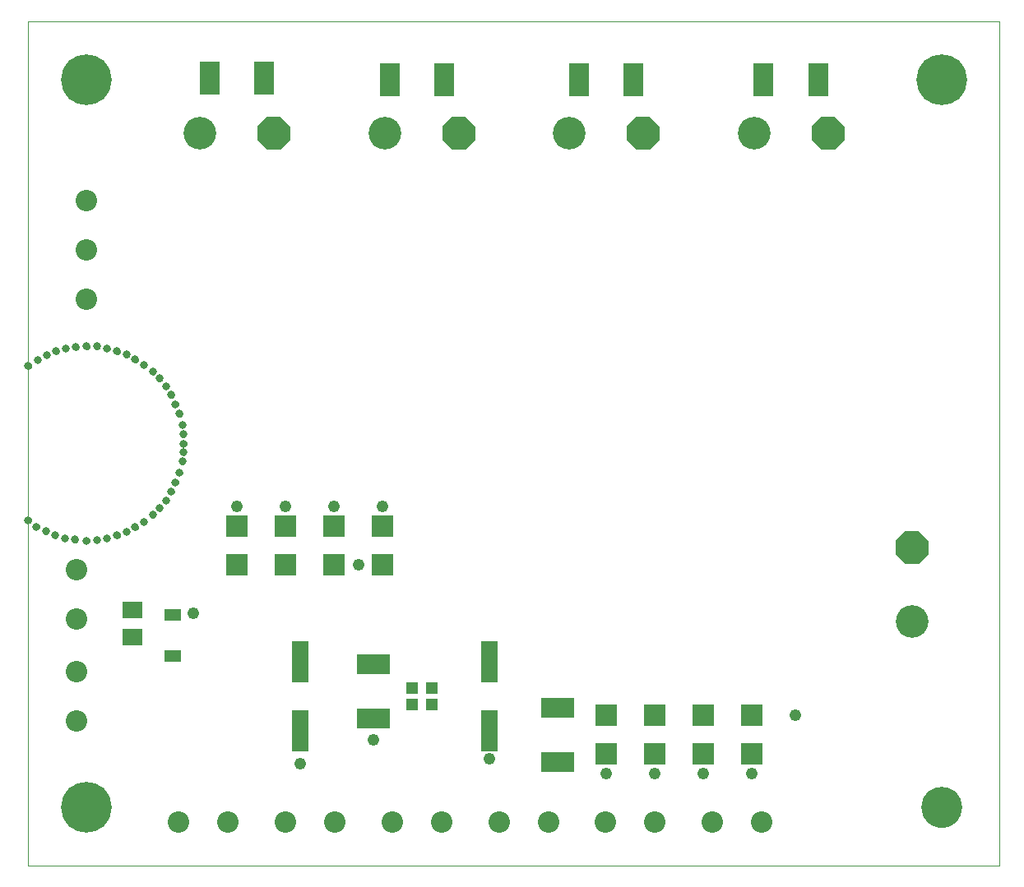
<source format=gts>
G75*
%MOIN*%
%OFA0B0*%
%FSLAX25Y25*%
%IPPOS*%
%LPD*%
%AMOC8*
5,1,8,0,0,1.08239X$1,22.5*
%
%ADD10C,0.00000*%
%ADD11C,0.16548*%
%ADD12C,0.03162*%
%ADD13OC8,0.13200*%
%ADD14C,0.13200*%
%ADD15R,0.08674X0.08674*%
%ADD16R,0.07099X0.04737*%
%ADD17R,0.07887X0.13398*%
%ADD18R,0.07898X0.07099*%
%ADD19C,0.08674*%
%ADD20R,0.13398X0.07887*%
%ADD21R,0.07099X0.16548*%
%ADD22R,0.05131X0.04737*%
%ADD23C,0.04762*%
%ADD24C,0.20548*%
D10*
X0026140Y0001800D02*
X0026140Y0344320D01*
X0419841Y0344320D01*
X0419841Y0001800D01*
X0026140Y0001800D01*
X0043857Y0134083D02*
X0043859Y0134152D01*
X0043865Y0134220D01*
X0043875Y0134288D01*
X0043889Y0134355D01*
X0043907Y0134422D01*
X0043928Y0134487D01*
X0043954Y0134551D01*
X0043983Y0134613D01*
X0044015Y0134673D01*
X0044051Y0134732D01*
X0044091Y0134788D01*
X0044133Y0134842D01*
X0044179Y0134893D01*
X0044228Y0134942D01*
X0044279Y0134988D01*
X0044333Y0135030D01*
X0044389Y0135070D01*
X0044447Y0135106D01*
X0044508Y0135138D01*
X0044570Y0135167D01*
X0044634Y0135193D01*
X0044699Y0135214D01*
X0044766Y0135232D01*
X0044833Y0135246D01*
X0044901Y0135256D01*
X0044969Y0135262D01*
X0045038Y0135264D01*
X0045107Y0135262D01*
X0045175Y0135256D01*
X0045243Y0135246D01*
X0045310Y0135232D01*
X0045377Y0135214D01*
X0045442Y0135193D01*
X0045506Y0135167D01*
X0045568Y0135138D01*
X0045628Y0135106D01*
X0045687Y0135070D01*
X0045743Y0135030D01*
X0045797Y0134988D01*
X0045848Y0134942D01*
X0045897Y0134893D01*
X0045943Y0134842D01*
X0045985Y0134788D01*
X0046025Y0134732D01*
X0046061Y0134673D01*
X0046093Y0134613D01*
X0046122Y0134551D01*
X0046148Y0134487D01*
X0046169Y0134422D01*
X0046187Y0134355D01*
X0046201Y0134288D01*
X0046211Y0134220D01*
X0046217Y0134152D01*
X0046219Y0134083D01*
X0046217Y0134014D01*
X0046211Y0133946D01*
X0046201Y0133878D01*
X0046187Y0133811D01*
X0046169Y0133744D01*
X0046148Y0133679D01*
X0046122Y0133615D01*
X0046093Y0133553D01*
X0046061Y0133492D01*
X0046025Y0133434D01*
X0045985Y0133378D01*
X0045943Y0133324D01*
X0045897Y0133273D01*
X0045848Y0133224D01*
X0045797Y0133178D01*
X0045743Y0133136D01*
X0045687Y0133096D01*
X0045629Y0133060D01*
X0045568Y0133028D01*
X0045506Y0132999D01*
X0045442Y0132973D01*
X0045377Y0132952D01*
X0045310Y0132934D01*
X0045243Y0132920D01*
X0045175Y0132910D01*
X0045107Y0132904D01*
X0045038Y0132902D01*
X0044969Y0132904D01*
X0044901Y0132910D01*
X0044833Y0132920D01*
X0044766Y0132934D01*
X0044699Y0132952D01*
X0044634Y0132973D01*
X0044570Y0132999D01*
X0044508Y0133028D01*
X0044447Y0133060D01*
X0044389Y0133096D01*
X0044333Y0133136D01*
X0044279Y0133178D01*
X0044228Y0133224D01*
X0044179Y0133273D01*
X0044133Y0133324D01*
X0044091Y0133378D01*
X0044051Y0133434D01*
X0044015Y0133492D01*
X0043983Y0133553D01*
X0043954Y0133615D01*
X0043928Y0133679D01*
X0043907Y0133744D01*
X0043889Y0133811D01*
X0043875Y0133878D01*
X0043865Y0133946D01*
X0043859Y0134014D01*
X0043857Y0134083D01*
X0039723Y0134674D02*
X0039725Y0134743D01*
X0039731Y0134811D01*
X0039741Y0134879D01*
X0039755Y0134946D01*
X0039773Y0135013D01*
X0039794Y0135078D01*
X0039820Y0135142D01*
X0039849Y0135204D01*
X0039881Y0135264D01*
X0039917Y0135323D01*
X0039957Y0135379D01*
X0039999Y0135433D01*
X0040045Y0135484D01*
X0040094Y0135533D01*
X0040145Y0135579D01*
X0040199Y0135621D01*
X0040255Y0135661D01*
X0040313Y0135697D01*
X0040374Y0135729D01*
X0040436Y0135758D01*
X0040500Y0135784D01*
X0040565Y0135805D01*
X0040632Y0135823D01*
X0040699Y0135837D01*
X0040767Y0135847D01*
X0040835Y0135853D01*
X0040904Y0135855D01*
X0040973Y0135853D01*
X0041041Y0135847D01*
X0041109Y0135837D01*
X0041176Y0135823D01*
X0041243Y0135805D01*
X0041308Y0135784D01*
X0041372Y0135758D01*
X0041434Y0135729D01*
X0041494Y0135697D01*
X0041553Y0135661D01*
X0041609Y0135621D01*
X0041663Y0135579D01*
X0041714Y0135533D01*
X0041763Y0135484D01*
X0041809Y0135433D01*
X0041851Y0135379D01*
X0041891Y0135323D01*
X0041927Y0135264D01*
X0041959Y0135204D01*
X0041988Y0135142D01*
X0042014Y0135078D01*
X0042035Y0135013D01*
X0042053Y0134946D01*
X0042067Y0134879D01*
X0042077Y0134811D01*
X0042083Y0134743D01*
X0042085Y0134674D01*
X0042083Y0134605D01*
X0042077Y0134537D01*
X0042067Y0134469D01*
X0042053Y0134402D01*
X0042035Y0134335D01*
X0042014Y0134270D01*
X0041988Y0134206D01*
X0041959Y0134144D01*
X0041927Y0134083D01*
X0041891Y0134025D01*
X0041851Y0133969D01*
X0041809Y0133915D01*
X0041763Y0133864D01*
X0041714Y0133815D01*
X0041663Y0133769D01*
X0041609Y0133727D01*
X0041553Y0133687D01*
X0041495Y0133651D01*
X0041434Y0133619D01*
X0041372Y0133590D01*
X0041308Y0133564D01*
X0041243Y0133543D01*
X0041176Y0133525D01*
X0041109Y0133511D01*
X0041041Y0133501D01*
X0040973Y0133495D01*
X0040904Y0133493D01*
X0040835Y0133495D01*
X0040767Y0133501D01*
X0040699Y0133511D01*
X0040632Y0133525D01*
X0040565Y0133543D01*
X0040500Y0133564D01*
X0040436Y0133590D01*
X0040374Y0133619D01*
X0040313Y0133651D01*
X0040255Y0133687D01*
X0040199Y0133727D01*
X0040145Y0133769D01*
X0040094Y0133815D01*
X0040045Y0133864D01*
X0039999Y0133915D01*
X0039957Y0133969D01*
X0039917Y0134025D01*
X0039881Y0134083D01*
X0039849Y0134144D01*
X0039820Y0134206D01*
X0039794Y0134270D01*
X0039773Y0134335D01*
X0039755Y0134402D01*
X0039741Y0134469D01*
X0039731Y0134537D01*
X0039725Y0134605D01*
X0039723Y0134674D01*
X0035786Y0135855D02*
X0035788Y0135924D01*
X0035794Y0135992D01*
X0035804Y0136060D01*
X0035818Y0136127D01*
X0035836Y0136194D01*
X0035857Y0136259D01*
X0035883Y0136323D01*
X0035912Y0136385D01*
X0035944Y0136445D01*
X0035980Y0136504D01*
X0036020Y0136560D01*
X0036062Y0136614D01*
X0036108Y0136665D01*
X0036157Y0136714D01*
X0036208Y0136760D01*
X0036262Y0136802D01*
X0036318Y0136842D01*
X0036376Y0136878D01*
X0036437Y0136910D01*
X0036499Y0136939D01*
X0036563Y0136965D01*
X0036628Y0136986D01*
X0036695Y0137004D01*
X0036762Y0137018D01*
X0036830Y0137028D01*
X0036898Y0137034D01*
X0036967Y0137036D01*
X0037036Y0137034D01*
X0037104Y0137028D01*
X0037172Y0137018D01*
X0037239Y0137004D01*
X0037306Y0136986D01*
X0037371Y0136965D01*
X0037435Y0136939D01*
X0037497Y0136910D01*
X0037557Y0136878D01*
X0037616Y0136842D01*
X0037672Y0136802D01*
X0037726Y0136760D01*
X0037777Y0136714D01*
X0037826Y0136665D01*
X0037872Y0136614D01*
X0037914Y0136560D01*
X0037954Y0136504D01*
X0037990Y0136445D01*
X0038022Y0136385D01*
X0038051Y0136323D01*
X0038077Y0136259D01*
X0038098Y0136194D01*
X0038116Y0136127D01*
X0038130Y0136060D01*
X0038140Y0135992D01*
X0038146Y0135924D01*
X0038148Y0135855D01*
X0038146Y0135786D01*
X0038140Y0135718D01*
X0038130Y0135650D01*
X0038116Y0135583D01*
X0038098Y0135516D01*
X0038077Y0135451D01*
X0038051Y0135387D01*
X0038022Y0135325D01*
X0037990Y0135264D01*
X0037954Y0135206D01*
X0037914Y0135150D01*
X0037872Y0135096D01*
X0037826Y0135045D01*
X0037777Y0134996D01*
X0037726Y0134950D01*
X0037672Y0134908D01*
X0037616Y0134868D01*
X0037558Y0134832D01*
X0037497Y0134800D01*
X0037435Y0134771D01*
X0037371Y0134745D01*
X0037306Y0134724D01*
X0037239Y0134706D01*
X0037172Y0134692D01*
X0037104Y0134682D01*
X0037036Y0134676D01*
X0036967Y0134674D01*
X0036898Y0134676D01*
X0036830Y0134682D01*
X0036762Y0134692D01*
X0036695Y0134706D01*
X0036628Y0134724D01*
X0036563Y0134745D01*
X0036499Y0134771D01*
X0036437Y0134800D01*
X0036376Y0134832D01*
X0036318Y0134868D01*
X0036262Y0134908D01*
X0036208Y0134950D01*
X0036157Y0134996D01*
X0036108Y0135045D01*
X0036062Y0135096D01*
X0036020Y0135150D01*
X0035980Y0135206D01*
X0035944Y0135264D01*
X0035912Y0135325D01*
X0035883Y0135387D01*
X0035857Y0135451D01*
X0035836Y0135516D01*
X0035818Y0135583D01*
X0035804Y0135650D01*
X0035794Y0135718D01*
X0035788Y0135786D01*
X0035786Y0135855D01*
X0032046Y0137430D02*
X0032048Y0137499D01*
X0032054Y0137567D01*
X0032064Y0137635D01*
X0032078Y0137702D01*
X0032096Y0137769D01*
X0032117Y0137834D01*
X0032143Y0137898D01*
X0032172Y0137960D01*
X0032204Y0138020D01*
X0032240Y0138079D01*
X0032280Y0138135D01*
X0032322Y0138189D01*
X0032368Y0138240D01*
X0032417Y0138289D01*
X0032468Y0138335D01*
X0032522Y0138377D01*
X0032578Y0138417D01*
X0032636Y0138453D01*
X0032697Y0138485D01*
X0032759Y0138514D01*
X0032823Y0138540D01*
X0032888Y0138561D01*
X0032955Y0138579D01*
X0033022Y0138593D01*
X0033090Y0138603D01*
X0033158Y0138609D01*
X0033227Y0138611D01*
X0033296Y0138609D01*
X0033364Y0138603D01*
X0033432Y0138593D01*
X0033499Y0138579D01*
X0033566Y0138561D01*
X0033631Y0138540D01*
X0033695Y0138514D01*
X0033757Y0138485D01*
X0033817Y0138453D01*
X0033876Y0138417D01*
X0033932Y0138377D01*
X0033986Y0138335D01*
X0034037Y0138289D01*
X0034086Y0138240D01*
X0034132Y0138189D01*
X0034174Y0138135D01*
X0034214Y0138079D01*
X0034250Y0138020D01*
X0034282Y0137960D01*
X0034311Y0137898D01*
X0034337Y0137834D01*
X0034358Y0137769D01*
X0034376Y0137702D01*
X0034390Y0137635D01*
X0034400Y0137567D01*
X0034406Y0137499D01*
X0034408Y0137430D01*
X0034406Y0137361D01*
X0034400Y0137293D01*
X0034390Y0137225D01*
X0034376Y0137158D01*
X0034358Y0137091D01*
X0034337Y0137026D01*
X0034311Y0136962D01*
X0034282Y0136900D01*
X0034250Y0136839D01*
X0034214Y0136781D01*
X0034174Y0136725D01*
X0034132Y0136671D01*
X0034086Y0136620D01*
X0034037Y0136571D01*
X0033986Y0136525D01*
X0033932Y0136483D01*
X0033876Y0136443D01*
X0033818Y0136407D01*
X0033757Y0136375D01*
X0033695Y0136346D01*
X0033631Y0136320D01*
X0033566Y0136299D01*
X0033499Y0136281D01*
X0033432Y0136267D01*
X0033364Y0136257D01*
X0033296Y0136251D01*
X0033227Y0136249D01*
X0033158Y0136251D01*
X0033090Y0136257D01*
X0033022Y0136267D01*
X0032955Y0136281D01*
X0032888Y0136299D01*
X0032823Y0136320D01*
X0032759Y0136346D01*
X0032697Y0136375D01*
X0032636Y0136407D01*
X0032578Y0136443D01*
X0032522Y0136483D01*
X0032468Y0136525D01*
X0032417Y0136571D01*
X0032368Y0136620D01*
X0032322Y0136671D01*
X0032280Y0136725D01*
X0032240Y0136781D01*
X0032204Y0136839D01*
X0032172Y0136900D01*
X0032143Y0136962D01*
X0032117Y0137026D01*
X0032096Y0137091D01*
X0032078Y0137158D01*
X0032064Y0137225D01*
X0032054Y0137293D01*
X0032048Y0137361D01*
X0032046Y0137430D01*
X0028306Y0139398D02*
X0028308Y0139467D01*
X0028314Y0139535D01*
X0028324Y0139603D01*
X0028338Y0139670D01*
X0028356Y0139737D01*
X0028377Y0139802D01*
X0028403Y0139866D01*
X0028432Y0139928D01*
X0028464Y0139988D01*
X0028500Y0140047D01*
X0028540Y0140103D01*
X0028582Y0140157D01*
X0028628Y0140208D01*
X0028677Y0140257D01*
X0028728Y0140303D01*
X0028782Y0140345D01*
X0028838Y0140385D01*
X0028896Y0140421D01*
X0028957Y0140453D01*
X0029019Y0140482D01*
X0029083Y0140508D01*
X0029148Y0140529D01*
X0029215Y0140547D01*
X0029282Y0140561D01*
X0029350Y0140571D01*
X0029418Y0140577D01*
X0029487Y0140579D01*
X0029556Y0140577D01*
X0029624Y0140571D01*
X0029692Y0140561D01*
X0029759Y0140547D01*
X0029826Y0140529D01*
X0029891Y0140508D01*
X0029955Y0140482D01*
X0030017Y0140453D01*
X0030077Y0140421D01*
X0030136Y0140385D01*
X0030192Y0140345D01*
X0030246Y0140303D01*
X0030297Y0140257D01*
X0030346Y0140208D01*
X0030392Y0140157D01*
X0030434Y0140103D01*
X0030474Y0140047D01*
X0030510Y0139988D01*
X0030542Y0139928D01*
X0030571Y0139866D01*
X0030597Y0139802D01*
X0030618Y0139737D01*
X0030636Y0139670D01*
X0030650Y0139603D01*
X0030660Y0139535D01*
X0030666Y0139467D01*
X0030668Y0139398D01*
X0030666Y0139329D01*
X0030660Y0139261D01*
X0030650Y0139193D01*
X0030636Y0139126D01*
X0030618Y0139059D01*
X0030597Y0138994D01*
X0030571Y0138930D01*
X0030542Y0138868D01*
X0030510Y0138807D01*
X0030474Y0138749D01*
X0030434Y0138693D01*
X0030392Y0138639D01*
X0030346Y0138588D01*
X0030297Y0138539D01*
X0030246Y0138493D01*
X0030192Y0138451D01*
X0030136Y0138411D01*
X0030078Y0138375D01*
X0030017Y0138343D01*
X0029955Y0138314D01*
X0029891Y0138288D01*
X0029826Y0138267D01*
X0029759Y0138249D01*
X0029692Y0138235D01*
X0029624Y0138225D01*
X0029556Y0138219D01*
X0029487Y0138217D01*
X0029418Y0138219D01*
X0029350Y0138225D01*
X0029282Y0138235D01*
X0029215Y0138249D01*
X0029148Y0138267D01*
X0029083Y0138288D01*
X0029019Y0138314D01*
X0028957Y0138343D01*
X0028896Y0138375D01*
X0028838Y0138411D01*
X0028782Y0138451D01*
X0028728Y0138493D01*
X0028677Y0138539D01*
X0028628Y0138588D01*
X0028582Y0138639D01*
X0028540Y0138693D01*
X0028500Y0138749D01*
X0028464Y0138807D01*
X0028432Y0138868D01*
X0028403Y0138930D01*
X0028377Y0138994D01*
X0028356Y0139059D01*
X0028338Y0139126D01*
X0028324Y0139193D01*
X0028314Y0139261D01*
X0028308Y0139329D01*
X0028306Y0139398D01*
X0024959Y0141957D02*
X0024961Y0142026D01*
X0024967Y0142094D01*
X0024977Y0142162D01*
X0024991Y0142229D01*
X0025009Y0142296D01*
X0025030Y0142361D01*
X0025056Y0142425D01*
X0025085Y0142487D01*
X0025117Y0142547D01*
X0025153Y0142606D01*
X0025193Y0142662D01*
X0025235Y0142716D01*
X0025281Y0142767D01*
X0025330Y0142816D01*
X0025381Y0142862D01*
X0025435Y0142904D01*
X0025491Y0142944D01*
X0025549Y0142980D01*
X0025610Y0143012D01*
X0025672Y0143041D01*
X0025736Y0143067D01*
X0025801Y0143088D01*
X0025868Y0143106D01*
X0025935Y0143120D01*
X0026003Y0143130D01*
X0026071Y0143136D01*
X0026140Y0143138D01*
X0026209Y0143136D01*
X0026277Y0143130D01*
X0026345Y0143120D01*
X0026412Y0143106D01*
X0026479Y0143088D01*
X0026544Y0143067D01*
X0026608Y0143041D01*
X0026670Y0143012D01*
X0026730Y0142980D01*
X0026789Y0142944D01*
X0026845Y0142904D01*
X0026899Y0142862D01*
X0026950Y0142816D01*
X0026999Y0142767D01*
X0027045Y0142716D01*
X0027087Y0142662D01*
X0027127Y0142606D01*
X0027163Y0142547D01*
X0027195Y0142487D01*
X0027224Y0142425D01*
X0027250Y0142361D01*
X0027271Y0142296D01*
X0027289Y0142229D01*
X0027303Y0142162D01*
X0027313Y0142094D01*
X0027319Y0142026D01*
X0027321Y0141957D01*
X0027319Y0141888D01*
X0027313Y0141820D01*
X0027303Y0141752D01*
X0027289Y0141685D01*
X0027271Y0141618D01*
X0027250Y0141553D01*
X0027224Y0141489D01*
X0027195Y0141427D01*
X0027163Y0141366D01*
X0027127Y0141308D01*
X0027087Y0141252D01*
X0027045Y0141198D01*
X0026999Y0141147D01*
X0026950Y0141098D01*
X0026899Y0141052D01*
X0026845Y0141010D01*
X0026789Y0140970D01*
X0026731Y0140934D01*
X0026670Y0140902D01*
X0026608Y0140873D01*
X0026544Y0140847D01*
X0026479Y0140826D01*
X0026412Y0140808D01*
X0026345Y0140794D01*
X0026277Y0140784D01*
X0026209Y0140778D01*
X0026140Y0140776D01*
X0026071Y0140778D01*
X0026003Y0140784D01*
X0025935Y0140794D01*
X0025868Y0140808D01*
X0025801Y0140826D01*
X0025736Y0140847D01*
X0025672Y0140873D01*
X0025610Y0140902D01*
X0025549Y0140934D01*
X0025491Y0140970D01*
X0025435Y0141010D01*
X0025381Y0141052D01*
X0025330Y0141098D01*
X0025281Y0141147D01*
X0025235Y0141198D01*
X0025193Y0141252D01*
X0025153Y0141308D01*
X0025117Y0141366D01*
X0025085Y0141427D01*
X0025056Y0141489D01*
X0025030Y0141553D01*
X0025009Y0141618D01*
X0024991Y0141685D01*
X0024977Y0141752D01*
X0024967Y0141820D01*
X0024961Y0141888D01*
X0024959Y0141957D01*
X0048581Y0133690D02*
X0048583Y0133759D01*
X0048589Y0133827D01*
X0048599Y0133895D01*
X0048613Y0133962D01*
X0048631Y0134029D01*
X0048652Y0134094D01*
X0048678Y0134158D01*
X0048707Y0134220D01*
X0048739Y0134280D01*
X0048775Y0134339D01*
X0048815Y0134395D01*
X0048857Y0134449D01*
X0048903Y0134500D01*
X0048952Y0134549D01*
X0049003Y0134595D01*
X0049057Y0134637D01*
X0049113Y0134677D01*
X0049171Y0134713D01*
X0049232Y0134745D01*
X0049294Y0134774D01*
X0049358Y0134800D01*
X0049423Y0134821D01*
X0049490Y0134839D01*
X0049557Y0134853D01*
X0049625Y0134863D01*
X0049693Y0134869D01*
X0049762Y0134871D01*
X0049831Y0134869D01*
X0049899Y0134863D01*
X0049967Y0134853D01*
X0050034Y0134839D01*
X0050101Y0134821D01*
X0050166Y0134800D01*
X0050230Y0134774D01*
X0050292Y0134745D01*
X0050352Y0134713D01*
X0050411Y0134677D01*
X0050467Y0134637D01*
X0050521Y0134595D01*
X0050572Y0134549D01*
X0050621Y0134500D01*
X0050667Y0134449D01*
X0050709Y0134395D01*
X0050749Y0134339D01*
X0050785Y0134280D01*
X0050817Y0134220D01*
X0050846Y0134158D01*
X0050872Y0134094D01*
X0050893Y0134029D01*
X0050911Y0133962D01*
X0050925Y0133895D01*
X0050935Y0133827D01*
X0050941Y0133759D01*
X0050943Y0133690D01*
X0050941Y0133621D01*
X0050935Y0133553D01*
X0050925Y0133485D01*
X0050911Y0133418D01*
X0050893Y0133351D01*
X0050872Y0133286D01*
X0050846Y0133222D01*
X0050817Y0133160D01*
X0050785Y0133099D01*
X0050749Y0133041D01*
X0050709Y0132985D01*
X0050667Y0132931D01*
X0050621Y0132880D01*
X0050572Y0132831D01*
X0050521Y0132785D01*
X0050467Y0132743D01*
X0050411Y0132703D01*
X0050353Y0132667D01*
X0050292Y0132635D01*
X0050230Y0132606D01*
X0050166Y0132580D01*
X0050101Y0132559D01*
X0050034Y0132541D01*
X0049967Y0132527D01*
X0049899Y0132517D01*
X0049831Y0132511D01*
X0049762Y0132509D01*
X0049693Y0132511D01*
X0049625Y0132517D01*
X0049557Y0132527D01*
X0049490Y0132541D01*
X0049423Y0132559D01*
X0049358Y0132580D01*
X0049294Y0132606D01*
X0049232Y0132635D01*
X0049171Y0132667D01*
X0049113Y0132703D01*
X0049057Y0132743D01*
X0049003Y0132785D01*
X0048952Y0132831D01*
X0048903Y0132880D01*
X0048857Y0132931D01*
X0048815Y0132985D01*
X0048775Y0133041D01*
X0048739Y0133099D01*
X0048707Y0133160D01*
X0048678Y0133222D01*
X0048652Y0133286D01*
X0048631Y0133351D01*
X0048613Y0133418D01*
X0048599Y0133485D01*
X0048589Y0133553D01*
X0048583Y0133621D01*
X0048581Y0133690D01*
X0052715Y0133887D02*
X0052717Y0133956D01*
X0052723Y0134024D01*
X0052733Y0134092D01*
X0052747Y0134159D01*
X0052765Y0134226D01*
X0052786Y0134291D01*
X0052812Y0134355D01*
X0052841Y0134417D01*
X0052873Y0134477D01*
X0052909Y0134536D01*
X0052949Y0134592D01*
X0052991Y0134646D01*
X0053037Y0134697D01*
X0053086Y0134746D01*
X0053137Y0134792D01*
X0053191Y0134834D01*
X0053247Y0134874D01*
X0053305Y0134910D01*
X0053366Y0134942D01*
X0053428Y0134971D01*
X0053492Y0134997D01*
X0053557Y0135018D01*
X0053624Y0135036D01*
X0053691Y0135050D01*
X0053759Y0135060D01*
X0053827Y0135066D01*
X0053896Y0135068D01*
X0053965Y0135066D01*
X0054033Y0135060D01*
X0054101Y0135050D01*
X0054168Y0135036D01*
X0054235Y0135018D01*
X0054300Y0134997D01*
X0054364Y0134971D01*
X0054426Y0134942D01*
X0054486Y0134910D01*
X0054545Y0134874D01*
X0054601Y0134834D01*
X0054655Y0134792D01*
X0054706Y0134746D01*
X0054755Y0134697D01*
X0054801Y0134646D01*
X0054843Y0134592D01*
X0054883Y0134536D01*
X0054919Y0134477D01*
X0054951Y0134417D01*
X0054980Y0134355D01*
X0055006Y0134291D01*
X0055027Y0134226D01*
X0055045Y0134159D01*
X0055059Y0134092D01*
X0055069Y0134024D01*
X0055075Y0133956D01*
X0055077Y0133887D01*
X0055075Y0133818D01*
X0055069Y0133750D01*
X0055059Y0133682D01*
X0055045Y0133615D01*
X0055027Y0133548D01*
X0055006Y0133483D01*
X0054980Y0133419D01*
X0054951Y0133357D01*
X0054919Y0133296D01*
X0054883Y0133238D01*
X0054843Y0133182D01*
X0054801Y0133128D01*
X0054755Y0133077D01*
X0054706Y0133028D01*
X0054655Y0132982D01*
X0054601Y0132940D01*
X0054545Y0132900D01*
X0054487Y0132864D01*
X0054426Y0132832D01*
X0054364Y0132803D01*
X0054300Y0132777D01*
X0054235Y0132756D01*
X0054168Y0132738D01*
X0054101Y0132724D01*
X0054033Y0132714D01*
X0053965Y0132708D01*
X0053896Y0132706D01*
X0053827Y0132708D01*
X0053759Y0132714D01*
X0053691Y0132724D01*
X0053624Y0132738D01*
X0053557Y0132756D01*
X0053492Y0132777D01*
X0053428Y0132803D01*
X0053366Y0132832D01*
X0053305Y0132864D01*
X0053247Y0132900D01*
X0053191Y0132940D01*
X0053137Y0132982D01*
X0053086Y0133028D01*
X0053037Y0133077D01*
X0052991Y0133128D01*
X0052949Y0133182D01*
X0052909Y0133238D01*
X0052873Y0133296D01*
X0052841Y0133357D01*
X0052812Y0133419D01*
X0052786Y0133483D01*
X0052765Y0133548D01*
X0052747Y0133615D01*
X0052733Y0133682D01*
X0052723Y0133750D01*
X0052717Y0133818D01*
X0052715Y0133887D01*
X0056849Y0134674D02*
X0056851Y0134743D01*
X0056857Y0134811D01*
X0056867Y0134879D01*
X0056881Y0134946D01*
X0056899Y0135013D01*
X0056920Y0135078D01*
X0056946Y0135142D01*
X0056975Y0135204D01*
X0057007Y0135264D01*
X0057043Y0135323D01*
X0057083Y0135379D01*
X0057125Y0135433D01*
X0057171Y0135484D01*
X0057220Y0135533D01*
X0057271Y0135579D01*
X0057325Y0135621D01*
X0057381Y0135661D01*
X0057439Y0135697D01*
X0057500Y0135729D01*
X0057562Y0135758D01*
X0057626Y0135784D01*
X0057691Y0135805D01*
X0057758Y0135823D01*
X0057825Y0135837D01*
X0057893Y0135847D01*
X0057961Y0135853D01*
X0058030Y0135855D01*
X0058099Y0135853D01*
X0058167Y0135847D01*
X0058235Y0135837D01*
X0058302Y0135823D01*
X0058369Y0135805D01*
X0058434Y0135784D01*
X0058498Y0135758D01*
X0058560Y0135729D01*
X0058620Y0135697D01*
X0058679Y0135661D01*
X0058735Y0135621D01*
X0058789Y0135579D01*
X0058840Y0135533D01*
X0058889Y0135484D01*
X0058935Y0135433D01*
X0058977Y0135379D01*
X0059017Y0135323D01*
X0059053Y0135264D01*
X0059085Y0135204D01*
X0059114Y0135142D01*
X0059140Y0135078D01*
X0059161Y0135013D01*
X0059179Y0134946D01*
X0059193Y0134879D01*
X0059203Y0134811D01*
X0059209Y0134743D01*
X0059211Y0134674D01*
X0059209Y0134605D01*
X0059203Y0134537D01*
X0059193Y0134469D01*
X0059179Y0134402D01*
X0059161Y0134335D01*
X0059140Y0134270D01*
X0059114Y0134206D01*
X0059085Y0134144D01*
X0059053Y0134083D01*
X0059017Y0134025D01*
X0058977Y0133969D01*
X0058935Y0133915D01*
X0058889Y0133864D01*
X0058840Y0133815D01*
X0058789Y0133769D01*
X0058735Y0133727D01*
X0058679Y0133687D01*
X0058621Y0133651D01*
X0058560Y0133619D01*
X0058498Y0133590D01*
X0058434Y0133564D01*
X0058369Y0133543D01*
X0058302Y0133525D01*
X0058235Y0133511D01*
X0058167Y0133501D01*
X0058099Y0133495D01*
X0058030Y0133493D01*
X0057961Y0133495D01*
X0057893Y0133501D01*
X0057825Y0133511D01*
X0057758Y0133525D01*
X0057691Y0133543D01*
X0057626Y0133564D01*
X0057562Y0133590D01*
X0057500Y0133619D01*
X0057439Y0133651D01*
X0057381Y0133687D01*
X0057325Y0133727D01*
X0057271Y0133769D01*
X0057220Y0133815D01*
X0057171Y0133864D01*
X0057125Y0133915D01*
X0057083Y0133969D01*
X0057043Y0134025D01*
X0057007Y0134083D01*
X0056975Y0134144D01*
X0056946Y0134206D01*
X0056920Y0134270D01*
X0056899Y0134335D01*
X0056881Y0134402D01*
X0056867Y0134469D01*
X0056857Y0134537D01*
X0056851Y0134605D01*
X0056849Y0134674D01*
X0060983Y0135855D02*
X0060985Y0135924D01*
X0060991Y0135992D01*
X0061001Y0136060D01*
X0061015Y0136127D01*
X0061033Y0136194D01*
X0061054Y0136259D01*
X0061080Y0136323D01*
X0061109Y0136385D01*
X0061141Y0136445D01*
X0061177Y0136504D01*
X0061217Y0136560D01*
X0061259Y0136614D01*
X0061305Y0136665D01*
X0061354Y0136714D01*
X0061405Y0136760D01*
X0061459Y0136802D01*
X0061515Y0136842D01*
X0061573Y0136878D01*
X0061634Y0136910D01*
X0061696Y0136939D01*
X0061760Y0136965D01*
X0061825Y0136986D01*
X0061892Y0137004D01*
X0061959Y0137018D01*
X0062027Y0137028D01*
X0062095Y0137034D01*
X0062164Y0137036D01*
X0062233Y0137034D01*
X0062301Y0137028D01*
X0062369Y0137018D01*
X0062436Y0137004D01*
X0062503Y0136986D01*
X0062568Y0136965D01*
X0062632Y0136939D01*
X0062694Y0136910D01*
X0062754Y0136878D01*
X0062813Y0136842D01*
X0062869Y0136802D01*
X0062923Y0136760D01*
X0062974Y0136714D01*
X0063023Y0136665D01*
X0063069Y0136614D01*
X0063111Y0136560D01*
X0063151Y0136504D01*
X0063187Y0136445D01*
X0063219Y0136385D01*
X0063248Y0136323D01*
X0063274Y0136259D01*
X0063295Y0136194D01*
X0063313Y0136127D01*
X0063327Y0136060D01*
X0063337Y0135992D01*
X0063343Y0135924D01*
X0063345Y0135855D01*
X0063343Y0135786D01*
X0063337Y0135718D01*
X0063327Y0135650D01*
X0063313Y0135583D01*
X0063295Y0135516D01*
X0063274Y0135451D01*
X0063248Y0135387D01*
X0063219Y0135325D01*
X0063187Y0135264D01*
X0063151Y0135206D01*
X0063111Y0135150D01*
X0063069Y0135096D01*
X0063023Y0135045D01*
X0062974Y0134996D01*
X0062923Y0134950D01*
X0062869Y0134908D01*
X0062813Y0134868D01*
X0062755Y0134832D01*
X0062694Y0134800D01*
X0062632Y0134771D01*
X0062568Y0134745D01*
X0062503Y0134724D01*
X0062436Y0134706D01*
X0062369Y0134692D01*
X0062301Y0134682D01*
X0062233Y0134676D01*
X0062164Y0134674D01*
X0062095Y0134676D01*
X0062027Y0134682D01*
X0061959Y0134692D01*
X0061892Y0134706D01*
X0061825Y0134724D01*
X0061760Y0134745D01*
X0061696Y0134771D01*
X0061634Y0134800D01*
X0061573Y0134832D01*
X0061515Y0134868D01*
X0061459Y0134908D01*
X0061405Y0134950D01*
X0061354Y0134996D01*
X0061305Y0135045D01*
X0061259Y0135096D01*
X0061217Y0135150D01*
X0061177Y0135206D01*
X0061141Y0135264D01*
X0061109Y0135325D01*
X0061080Y0135387D01*
X0061054Y0135451D01*
X0061033Y0135516D01*
X0061015Y0135583D01*
X0061001Y0135650D01*
X0060991Y0135718D01*
X0060985Y0135786D01*
X0060983Y0135855D01*
X0064723Y0137233D02*
X0064725Y0137302D01*
X0064731Y0137370D01*
X0064741Y0137438D01*
X0064755Y0137505D01*
X0064773Y0137572D01*
X0064794Y0137637D01*
X0064820Y0137701D01*
X0064849Y0137763D01*
X0064881Y0137823D01*
X0064917Y0137882D01*
X0064957Y0137938D01*
X0064999Y0137992D01*
X0065045Y0138043D01*
X0065094Y0138092D01*
X0065145Y0138138D01*
X0065199Y0138180D01*
X0065255Y0138220D01*
X0065313Y0138256D01*
X0065374Y0138288D01*
X0065436Y0138317D01*
X0065500Y0138343D01*
X0065565Y0138364D01*
X0065632Y0138382D01*
X0065699Y0138396D01*
X0065767Y0138406D01*
X0065835Y0138412D01*
X0065904Y0138414D01*
X0065973Y0138412D01*
X0066041Y0138406D01*
X0066109Y0138396D01*
X0066176Y0138382D01*
X0066243Y0138364D01*
X0066308Y0138343D01*
X0066372Y0138317D01*
X0066434Y0138288D01*
X0066494Y0138256D01*
X0066553Y0138220D01*
X0066609Y0138180D01*
X0066663Y0138138D01*
X0066714Y0138092D01*
X0066763Y0138043D01*
X0066809Y0137992D01*
X0066851Y0137938D01*
X0066891Y0137882D01*
X0066927Y0137823D01*
X0066959Y0137763D01*
X0066988Y0137701D01*
X0067014Y0137637D01*
X0067035Y0137572D01*
X0067053Y0137505D01*
X0067067Y0137438D01*
X0067077Y0137370D01*
X0067083Y0137302D01*
X0067085Y0137233D01*
X0067083Y0137164D01*
X0067077Y0137096D01*
X0067067Y0137028D01*
X0067053Y0136961D01*
X0067035Y0136894D01*
X0067014Y0136829D01*
X0066988Y0136765D01*
X0066959Y0136703D01*
X0066927Y0136642D01*
X0066891Y0136584D01*
X0066851Y0136528D01*
X0066809Y0136474D01*
X0066763Y0136423D01*
X0066714Y0136374D01*
X0066663Y0136328D01*
X0066609Y0136286D01*
X0066553Y0136246D01*
X0066495Y0136210D01*
X0066434Y0136178D01*
X0066372Y0136149D01*
X0066308Y0136123D01*
X0066243Y0136102D01*
X0066176Y0136084D01*
X0066109Y0136070D01*
X0066041Y0136060D01*
X0065973Y0136054D01*
X0065904Y0136052D01*
X0065835Y0136054D01*
X0065767Y0136060D01*
X0065699Y0136070D01*
X0065632Y0136084D01*
X0065565Y0136102D01*
X0065500Y0136123D01*
X0065436Y0136149D01*
X0065374Y0136178D01*
X0065313Y0136210D01*
X0065255Y0136246D01*
X0065199Y0136286D01*
X0065145Y0136328D01*
X0065094Y0136374D01*
X0065045Y0136423D01*
X0064999Y0136474D01*
X0064957Y0136528D01*
X0064917Y0136584D01*
X0064881Y0136642D01*
X0064849Y0136703D01*
X0064820Y0136765D01*
X0064794Y0136829D01*
X0064773Y0136894D01*
X0064755Y0136961D01*
X0064741Y0137028D01*
X0064731Y0137096D01*
X0064725Y0137164D01*
X0064723Y0137233D01*
X0068266Y0139202D02*
X0068268Y0139271D01*
X0068274Y0139339D01*
X0068284Y0139407D01*
X0068298Y0139474D01*
X0068316Y0139541D01*
X0068337Y0139606D01*
X0068363Y0139670D01*
X0068392Y0139732D01*
X0068424Y0139792D01*
X0068460Y0139851D01*
X0068500Y0139907D01*
X0068542Y0139961D01*
X0068588Y0140012D01*
X0068637Y0140061D01*
X0068688Y0140107D01*
X0068742Y0140149D01*
X0068798Y0140189D01*
X0068856Y0140225D01*
X0068917Y0140257D01*
X0068979Y0140286D01*
X0069043Y0140312D01*
X0069108Y0140333D01*
X0069175Y0140351D01*
X0069242Y0140365D01*
X0069310Y0140375D01*
X0069378Y0140381D01*
X0069447Y0140383D01*
X0069516Y0140381D01*
X0069584Y0140375D01*
X0069652Y0140365D01*
X0069719Y0140351D01*
X0069786Y0140333D01*
X0069851Y0140312D01*
X0069915Y0140286D01*
X0069977Y0140257D01*
X0070037Y0140225D01*
X0070096Y0140189D01*
X0070152Y0140149D01*
X0070206Y0140107D01*
X0070257Y0140061D01*
X0070306Y0140012D01*
X0070352Y0139961D01*
X0070394Y0139907D01*
X0070434Y0139851D01*
X0070470Y0139792D01*
X0070502Y0139732D01*
X0070531Y0139670D01*
X0070557Y0139606D01*
X0070578Y0139541D01*
X0070596Y0139474D01*
X0070610Y0139407D01*
X0070620Y0139339D01*
X0070626Y0139271D01*
X0070628Y0139202D01*
X0070626Y0139133D01*
X0070620Y0139065D01*
X0070610Y0138997D01*
X0070596Y0138930D01*
X0070578Y0138863D01*
X0070557Y0138798D01*
X0070531Y0138734D01*
X0070502Y0138672D01*
X0070470Y0138611D01*
X0070434Y0138553D01*
X0070394Y0138497D01*
X0070352Y0138443D01*
X0070306Y0138392D01*
X0070257Y0138343D01*
X0070206Y0138297D01*
X0070152Y0138255D01*
X0070096Y0138215D01*
X0070038Y0138179D01*
X0069977Y0138147D01*
X0069915Y0138118D01*
X0069851Y0138092D01*
X0069786Y0138071D01*
X0069719Y0138053D01*
X0069652Y0138039D01*
X0069584Y0138029D01*
X0069516Y0138023D01*
X0069447Y0138021D01*
X0069378Y0138023D01*
X0069310Y0138029D01*
X0069242Y0138039D01*
X0069175Y0138053D01*
X0069108Y0138071D01*
X0069043Y0138092D01*
X0068979Y0138118D01*
X0068917Y0138147D01*
X0068856Y0138179D01*
X0068798Y0138215D01*
X0068742Y0138255D01*
X0068688Y0138297D01*
X0068637Y0138343D01*
X0068588Y0138392D01*
X0068542Y0138443D01*
X0068500Y0138497D01*
X0068460Y0138553D01*
X0068424Y0138611D01*
X0068392Y0138672D01*
X0068363Y0138734D01*
X0068337Y0138798D01*
X0068316Y0138863D01*
X0068298Y0138930D01*
X0068284Y0138997D01*
X0068274Y0139065D01*
X0068268Y0139133D01*
X0068266Y0139202D01*
X0071810Y0141367D02*
X0071812Y0141436D01*
X0071818Y0141504D01*
X0071828Y0141572D01*
X0071842Y0141639D01*
X0071860Y0141706D01*
X0071881Y0141771D01*
X0071907Y0141835D01*
X0071936Y0141897D01*
X0071968Y0141957D01*
X0072004Y0142016D01*
X0072044Y0142072D01*
X0072086Y0142126D01*
X0072132Y0142177D01*
X0072181Y0142226D01*
X0072232Y0142272D01*
X0072286Y0142314D01*
X0072342Y0142354D01*
X0072400Y0142390D01*
X0072461Y0142422D01*
X0072523Y0142451D01*
X0072587Y0142477D01*
X0072652Y0142498D01*
X0072719Y0142516D01*
X0072786Y0142530D01*
X0072854Y0142540D01*
X0072922Y0142546D01*
X0072991Y0142548D01*
X0073060Y0142546D01*
X0073128Y0142540D01*
X0073196Y0142530D01*
X0073263Y0142516D01*
X0073330Y0142498D01*
X0073395Y0142477D01*
X0073459Y0142451D01*
X0073521Y0142422D01*
X0073581Y0142390D01*
X0073640Y0142354D01*
X0073696Y0142314D01*
X0073750Y0142272D01*
X0073801Y0142226D01*
X0073850Y0142177D01*
X0073896Y0142126D01*
X0073938Y0142072D01*
X0073978Y0142016D01*
X0074014Y0141957D01*
X0074046Y0141897D01*
X0074075Y0141835D01*
X0074101Y0141771D01*
X0074122Y0141706D01*
X0074140Y0141639D01*
X0074154Y0141572D01*
X0074164Y0141504D01*
X0074170Y0141436D01*
X0074172Y0141367D01*
X0074170Y0141298D01*
X0074164Y0141230D01*
X0074154Y0141162D01*
X0074140Y0141095D01*
X0074122Y0141028D01*
X0074101Y0140963D01*
X0074075Y0140899D01*
X0074046Y0140837D01*
X0074014Y0140776D01*
X0073978Y0140718D01*
X0073938Y0140662D01*
X0073896Y0140608D01*
X0073850Y0140557D01*
X0073801Y0140508D01*
X0073750Y0140462D01*
X0073696Y0140420D01*
X0073640Y0140380D01*
X0073582Y0140344D01*
X0073521Y0140312D01*
X0073459Y0140283D01*
X0073395Y0140257D01*
X0073330Y0140236D01*
X0073263Y0140218D01*
X0073196Y0140204D01*
X0073128Y0140194D01*
X0073060Y0140188D01*
X0072991Y0140186D01*
X0072922Y0140188D01*
X0072854Y0140194D01*
X0072786Y0140204D01*
X0072719Y0140218D01*
X0072652Y0140236D01*
X0072587Y0140257D01*
X0072523Y0140283D01*
X0072461Y0140312D01*
X0072400Y0140344D01*
X0072342Y0140380D01*
X0072286Y0140420D01*
X0072232Y0140462D01*
X0072181Y0140508D01*
X0072132Y0140557D01*
X0072086Y0140608D01*
X0072044Y0140662D01*
X0072004Y0140718D01*
X0071968Y0140776D01*
X0071936Y0140837D01*
X0071907Y0140899D01*
X0071881Y0140963D01*
X0071860Y0141028D01*
X0071842Y0141095D01*
X0071828Y0141162D01*
X0071818Y0141230D01*
X0071812Y0141298D01*
X0071810Y0141367D01*
X0075353Y0144123D02*
X0075355Y0144192D01*
X0075361Y0144260D01*
X0075371Y0144328D01*
X0075385Y0144395D01*
X0075403Y0144462D01*
X0075424Y0144527D01*
X0075450Y0144591D01*
X0075479Y0144653D01*
X0075511Y0144713D01*
X0075547Y0144772D01*
X0075587Y0144828D01*
X0075629Y0144882D01*
X0075675Y0144933D01*
X0075724Y0144982D01*
X0075775Y0145028D01*
X0075829Y0145070D01*
X0075885Y0145110D01*
X0075943Y0145146D01*
X0076004Y0145178D01*
X0076066Y0145207D01*
X0076130Y0145233D01*
X0076195Y0145254D01*
X0076262Y0145272D01*
X0076329Y0145286D01*
X0076397Y0145296D01*
X0076465Y0145302D01*
X0076534Y0145304D01*
X0076603Y0145302D01*
X0076671Y0145296D01*
X0076739Y0145286D01*
X0076806Y0145272D01*
X0076873Y0145254D01*
X0076938Y0145233D01*
X0077002Y0145207D01*
X0077064Y0145178D01*
X0077124Y0145146D01*
X0077183Y0145110D01*
X0077239Y0145070D01*
X0077293Y0145028D01*
X0077344Y0144982D01*
X0077393Y0144933D01*
X0077439Y0144882D01*
X0077481Y0144828D01*
X0077521Y0144772D01*
X0077557Y0144713D01*
X0077589Y0144653D01*
X0077618Y0144591D01*
X0077644Y0144527D01*
X0077665Y0144462D01*
X0077683Y0144395D01*
X0077697Y0144328D01*
X0077707Y0144260D01*
X0077713Y0144192D01*
X0077715Y0144123D01*
X0077713Y0144054D01*
X0077707Y0143986D01*
X0077697Y0143918D01*
X0077683Y0143851D01*
X0077665Y0143784D01*
X0077644Y0143719D01*
X0077618Y0143655D01*
X0077589Y0143593D01*
X0077557Y0143532D01*
X0077521Y0143474D01*
X0077481Y0143418D01*
X0077439Y0143364D01*
X0077393Y0143313D01*
X0077344Y0143264D01*
X0077293Y0143218D01*
X0077239Y0143176D01*
X0077183Y0143136D01*
X0077125Y0143100D01*
X0077064Y0143068D01*
X0077002Y0143039D01*
X0076938Y0143013D01*
X0076873Y0142992D01*
X0076806Y0142974D01*
X0076739Y0142960D01*
X0076671Y0142950D01*
X0076603Y0142944D01*
X0076534Y0142942D01*
X0076465Y0142944D01*
X0076397Y0142950D01*
X0076329Y0142960D01*
X0076262Y0142974D01*
X0076195Y0142992D01*
X0076130Y0143013D01*
X0076066Y0143039D01*
X0076004Y0143068D01*
X0075943Y0143100D01*
X0075885Y0143136D01*
X0075829Y0143176D01*
X0075775Y0143218D01*
X0075724Y0143264D01*
X0075675Y0143313D01*
X0075629Y0143364D01*
X0075587Y0143418D01*
X0075547Y0143474D01*
X0075511Y0143532D01*
X0075479Y0143593D01*
X0075450Y0143655D01*
X0075424Y0143719D01*
X0075403Y0143784D01*
X0075385Y0143851D01*
X0075371Y0143918D01*
X0075361Y0143986D01*
X0075355Y0144054D01*
X0075353Y0144123D01*
X0078109Y0146879D02*
X0078111Y0146948D01*
X0078117Y0147016D01*
X0078127Y0147084D01*
X0078141Y0147151D01*
X0078159Y0147218D01*
X0078180Y0147283D01*
X0078206Y0147347D01*
X0078235Y0147409D01*
X0078267Y0147469D01*
X0078303Y0147528D01*
X0078343Y0147584D01*
X0078385Y0147638D01*
X0078431Y0147689D01*
X0078480Y0147738D01*
X0078531Y0147784D01*
X0078585Y0147826D01*
X0078641Y0147866D01*
X0078699Y0147902D01*
X0078760Y0147934D01*
X0078822Y0147963D01*
X0078886Y0147989D01*
X0078951Y0148010D01*
X0079018Y0148028D01*
X0079085Y0148042D01*
X0079153Y0148052D01*
X0079221Y0148058D01*
X0079290Y0148060D01*
X0079359Y0148058D01*
X0079427Y0148052D01*
X0079495Y0148042D01*
X0079562Y0148028D01*
X0079629Y0148010D01*
X0079694Y0147989D01*
X0079758Y0147963D01*
X0079820Y0147934D01*
X0079880Y0147902D01*
X0079939Y0147866D01*
X0079995Y0147826D01*
X0080049Y0147784D01*
X0080100Y0147738D01*
X0080149Y0147689D01*
X0080195Y0147638D01*
X0080237Y0147584D01*
X0080277Y0147528D01*
X0080313Y0147469D01*
X0080345Y0147409D01*
X0080374Y0147347D01*
X0080400Y0147283D01*
X0080421Y0147218D01*
X0080439Y0147151D01*
X0080453Y0147084D01*
X0080463Y0147016D01*
X0080469Y0146948D01*
X0080471Y0146879D01*
X0080469Y0146810D01*
X0080463Y0146742D01*
X0080453Y0146674D01*
X0080439Y0146607D01*
X0080421Y0146540D01*
X0080400Y0146475D01*
X0080374Y0146411D01*
X0080345Y0146349D01*
X0080313Y0146288D01*
X0080277Y0146230D01*
X0080237Y0146174D01*
X0080195Y0146120D01*
X0080149Y0146069D01*
X0080100Y0146020D01*
X0080049Y0145974D01*
X0079995Y0145932D01*
X0079939Y0145892D01*
X0079881Y0145856D01*
X0079820Y0145824D01*
X0079758Y0145795D01*
X0079694Y0145769D01*
X0079629Y0145748D01*
X0079562Y0145730D01*
X0079495Y0145716D01*
X0079427Y0145706D01*
X0079359Y0145700D01*
X0079290Y0145698D01*
X0079221Y0145700D01*
X0079153Y0145706D01*
X0079085Y0145716D01*
X0079018Y0145730D01*
X0078951Y0145748D01*
X0078886Y0145769D01*
X0078822Y0145795D01*
X0078760Y0145824D01*
X0078699Y0145856D01*
X0078641Y0145892D01*
X0078585Y0145932D01*
X0078531Y0145974D01*
X0078480Y0146020D01*
X0078431Y0146069D01*
X0078385Y0146120D01*
X0078343Y0146174D01*
X0078303Y0146230D01*
X0078267Y0146288D01*
X0078235Y0146349D01*
X0078206Y0146411D01*
X0078180Y0146475D01*
X0078159Y0146540D01*
X0078141Y0146607D01*
X0078127Y0146674D01*
X0078117Y0146742D01*
X0078111Y0146810D01*
X0078109Y0146879D01*
X0080668Y0150028D02*
X0080670Y0150097D01*
X0080676Y0150165D01*
X0080686Y0150233D01*
X0080700Y0150300D01*
X0080718Y0150367D01*
X0080739Y0150432D01*
X0080765Y0150496D01*
X0080794Y0150558D01*
X0080826Y0150618D01*
X0080862Y0150677D01*
X0080902Y0150733D01*
X0080944Y0150787D01*
X0080990Y0150838D01*
X0081039Y0150887D01*
X0081090Y0150933D01*
X0081144Y0150975D01*
X0081200Y0151015D01*
X0081258Y0151051D01*
X0081319Y0151083D01*
X0081381Y0151112D01*
X0081445Y0151138D01*
X0081510Y0151159D01*
X0081577Y0151177D01*
X0081644Y0151191D01*
X0081712Y0151201D01*
X0081780Y0151207D01*
X0081849Y0151209D01*
X0081918Y0151207D01*
X0081986Y0151201D01*
X0082054Y0151191D01*
X0082121Y0151177D01*
X0082188Y0151159D01*
X0082253Y0151138D01*
X0082317Y0151112D01*
X0082379Y0151083D01*
X0082439Y0151051D01*
X0082498Y0151015D01*
X0082554Y0150975D01*
X0082608Y0150933D01*
X0082659Y0150887D01*
X0082708Y0150838D01*
X0082754Y0150787D01*
X0082796Y0150733D01*
X0082836Y0150677D01*
X0082872Y0150618D01*
X0082904Y0150558D01*
X0082933Y0150496D01*
X0082959Y0150432D01*
X0082980Y0150367D01*
X0082998Y0150300D01*
X0083012Y0150233D01*
X0083022Y0150165D01*
X0083028Y0150097D01*
X0083030Y0150028D01*
X0083028Y0149959D01*
X0083022Y0149891D01*
X0083012Y0149823D01*
X0082998Y0149756D01*
X0082980Y0149689D01*
X0082959Y0149624D01*
X0082933Y0149560D01*
X0082904Y0149498D01*
X0082872Y0149437D01*
X0082836Y0149379D01*
X0082796Y0149323D01*
X0082754Y0149269D01*
X0082708Y0149218D01*
X0082659Y0149169D01*
X0082608Y0149123D01*
X0082554Y0149081D01*
X0082498Y0149041D01*
X0082440Y0149005D01*
X0082379Y0148973D01*
X0082317Y0148944D01*
X0082253Y0148918D01*
X0082188Y0148897D01*
X0082121Y0148879D01*
X0082054Y0148865D01*
X0081986Y0148855D01*
X0081918Y0148849D01*
X0081849Y0148847D01*
X0081780Y0148849D01*
X0081712Y0148855D01*
X0081644Y0148865D01*
X0081577Y0148879D01*
X0081510Y0148897D01*
X0081445Y0148918D01*
X0081381Y0148944D01*
X0081319Y0148973D01*
X0081258Y0149005D01*
X0081200Y0149041D01*
X0081144Y0149081D01*
X0081090Y0149123D01*
X0081039Y0149169D01*
X0080990Y0149218D01*
X0080944Y0149269D01*
X0080902Y0149323D01*
X0080862Y0149379D01*
X0080826Y0149437D01*
X0080794Y0149498D01*
X0080765Y0149560D01*
X0080739Y0149624D01*
X0080718Y0149689D01*
X0080700Y0149756D01*
X0080686Y0149823D01*
X0080676Y0149891D01*
X0080670Y0149959D01*
X0080668Y0150028D01*
X0082833Y0153572D02*
X0082835Y0153641D01*
X0082841Y0153709D01*
X0082851Y0153777D01*
X0082865Y0153844D01*
X0082883Y0153911D01*
X0082904Y0153976D01*
X0082930Y0154040D01*
X0082959Y0154102D01*
X0082991Y0154162D01*
X0083027Y0154221D01*
X0083067Y0154277D01*
X0083109Y0154331D01*
X0083155Y0154382D01*
X0083204Y0154431D01*
X0083255Y0154477D01*
X0083309Y0154519D01*
X0083365Y0154559D01*
X0083423Y0154595D01*
X0083484Y0154627D01*
X0083546Y0154656D01*
X0083610Y0154682D01*
X0083675Y0154703D01*
X0083742Y0154721D01*
X0083809Y0154735D01*
X0083877Y0154745D01*
X0083945Y0154751D01*
X0084014Y0154753D01*
X0084083Y0154751D01*
X0084151Y0154745D01*
X0084219Y0154735D01*
X0084286Y0154721D01*
X0084353Y0154703D01*
X0084418Y0154682D01*
X0084482Y0154656D01*
X0084544Y0154627D01*
X0084604Y0154595D01*
X0084663Y0154559D01*
X0084719Y0154519D01*
X0084773Y0154477D01*
X0084824Y0154431D01*
X0084873Y0154382D01*
X0084919Y0154331D01*
X0084961Y0154277D01*
X0085001Y0154221D01*
X0085037Y0154162D01*
X0085069Y0154102D01*
X0085098Y0154040D01*
X0085124Y0153976D01*
X0085145Y0153911D01*
X0085163Y0153844D01*
X0085177Y0153777D01*
X0085187Y0153709D01*
X0085193Y0153641D01*
X0085195Y0153572D01*
X0085193Y0153503D01*
X0085187Y0153435D01*
X0085177Y0153367D01*
X0085163Y0153300D01*
X0085145Y0153233D01*
X0085124Y0153168D01*
X0085098Y0153104D01*
X0085069Y0153042D01*
X0085037Y0152981D01*
X0085001Y0152923D01*
X0084961Y0152867D01*
X0084919Y0152813D01*
X0084873Y0152762D01*
X0084824Y0152713D01*
X0084773Y0152667D01*
X0084719Y0152625D01*
X0084663Y0152585D01*
X0084605Y0152549D01*
X0084544Y0152517D01*
X0084482Y0152488D01*
X0084418Y0152462D01*
X0084353Y0152441D01*
X0084286Y0152423D01*
X0084219Y0152409D01*
X0084151Y0152399D01*
X0084083Y0152393D01*
X0084014Y0152391D01*
X0083945Y0152393D01*
X0083877Y0152399D01*
X0083809Y0152409D01*
X0083742Y0152423D01*
X0083675Y0152441D01*
X0083610Y0152462D01*
X0083546Y0152488D01*
X0083484Y0152517D01*
X0083423Y0152549D01*
X0083365Y0152585D01*
X0083309Y0152625D01*
X0083255Y0152667D01*
X0083204Y0152713D01*
X0083155Y0152762D01*
X0083109Y0152813D01*
X0083067Y0152867D01*
X0083027Y0152923D01*
X0082991Y0152981D01*
X0082959Y0153042D01*
X0082930Y0153104D01*
X0082904Y0153168D01*
X0082883Y0153233D01*
X0082865Y0153300D01*
X0082851Y0153367D01*
X0082841Y0153435D01*
X0082835Y0153503D01*
X0082833Y0153572D01*
X0084605Y0157312D02*
X0084607Y0157381D01*
X0084613Y0157449D01*
X0084623Y0157517D01*
X0084637Y0157584D01*
X0084655Y0157651D01*
X0084676Y0157716D01*
X0084702Y0157780D01*
X0084731Y0157842D01*
X0084763Y0157902D01*
X0084799Y0157961D01*
X0084839Y0158017D01*
X0084881Y0158071D01*
X0084927Y0158122D01*
X0084976Y0158171D01*
X0085027Y0158217D01*
X0085081Y0158259D01*
X0085137Y0158299D01*
X0085195Y0158335D01*
X0085256Y0158367D01*
X0085318Y0158396D01*
X0085382Y0158422D01*
X0085447Y0158443D01*
X0085514Y0158461D01*
X0085581Y0158475D01*
X0085649Y0158485D01*
X0085717Y0158491D01*
X0085786Y0158493D01*
X0085855Y0158491D01*
X0085923Y0158485D01*
X0085991Y0158475D01*
X0086058Y0158461D01*
X0086125Y0158443D01*
X0086190Y0158422D01*
X0086254Y0158396D01*
X0086316Y0158367D01*
X0086376Y0158335D01*
X0086435Y0158299D01*
X0086491Y0158259D01*
X0086545Y0158217D01*
X0086596Y0158171D01*
X0086645Y0158122D01*
X0086691Y0158071D01*
X0086733Y0158017D01*
X0086773Y0157961D01*
X0086809Y0157902D01*
X0086841Y0157842D01*
X0086870Y0157780D01*
X0086896Y0157716D01*
X0086917Y0157651D01*
X0086935Y0157584D01*
X0086949Y0157517D01*
X0086959Y0157449D01*
X0086965Y0157381D01*
X0086967Y0157312D01*
X0086965Y0157243D01*
X0086959Y0157175D01*
X0086949Y0157107D01*
X0086935Y0157040D01*
X0086917Y0156973D01*
X0086896Y0156908D01*
X0086870Y0156844D01*
X0086841Y0156782D01*
X0086809Y0156721D01*
X0086773Y0156663D01*
X0086733Y0156607D01*
X0086691Y0156553D01*
X0086645Y0156502D01*
X0086596Y0156453D01*
X0086545Y0156407D01*
X0086491Y0156365D01*
X0086435Y0156325D01*
X0086377Y0156289D01*
X0086316Y0156257D01*
X0086254Y0156228D01*
X0086190Y0156202D01*
X0086125Y0156181D01*
X0086058Y0156163D01*
X0085991Y0156149D01*
X0085923Y0156139D01*
X0085855Y0156133D01*
X0085786Y0156131D01*
X0085717Y0156133D01*
X0085649Y0156139D01*
X0085581Y0156149D01*
X0085514Y0156163D01*
X0085447Y0156181D01*
X0085382Y0156202D01*
X0085318Y0156228D01*
X0085256Y0156257D01*
X0085195Y0156289D01*
X0085137Y0156325D01*
X0085081Y0156365D01*
X0085027Y0156407D01*
X0084976Y0156453D01*
X0084927Y0156502D01*
X0084881Y0156553D01*
X0084839Y0156607D01*
X0084799Y0156663D01*
X0084763Y0156721D01*
X0084731Y0156782D01*
X0084702Y0156844D01*
X0084676Y0156908D01*
X0084655Y0156973D01*
X0084637Y0157040D01*
X0084623Y0157107D01*
X0084613Y0157175D01*
X0084607Y0157243D01*
X0084605Y0157312D01*
X0086180Y0161249D02*
X0086182Y0161318D01*
X0086188Y0161386D01*
X0086198Y0161454D01*
X0086212Y0161521D01*
X0086230Y0161588D01*
X0086251Y0161653D01*
X0086277Y0161717D01*
X0086306Y0161779D01*
X0086338Y0161839D01*
X0086374Y0161898D01*
X0086414Y0161954D01*
X0086456Y0162008D01*
X0086502Y0162059D01*
X0086551Y0162108D01*
X0086602Y0162154D01*
X0086656Y0162196D01*
X0086712Y0162236D01*
X0086770Y0162272D01*
X0086831Y0162304D01*
X0086893Y0162333D01*
X0086957Y0162359D01*
X0087022Y0162380D01*
X0087089Y0162398D01*
X0087156Y0162412D01*
X0087224Y0162422D01*
X0087292Y0162428D01*
X0087361Y0162430D01*
X0087430Y0162428D01*
X0087498Y0162422D01*
X0087566Y0162412D01*
X0087633Y0162398D01*
X0087700Y0162380D01*
X0087765Y0162359D01*
X0087829Y0162333D01*
X0087891Y0162304D01*
X0087951Y0162272D01*
X0088010Y0162236D01*
X0088066Y0162196D01*
X0088120Y0162154D01*
X0088171Y0162108D01*
X0088220Y0162059D01*
X0088266Y0162008D01*
X0088308Y0161954D01*
X0088348Y0161898D01*
X0088384Y0161839D01*
X0088416Y0161779D01*
X0088445Y0161717D01*
X0088471Y0161653D01*
X0088492Y0161588D01*
X0088510Y0161521D01*
X0088524Y0161454D01*
X0088534Y0161386D01*
X0088540Y0161318D01*
X0088542Y0161249D01*
X0088540Y0161180D01*
X0088534Y0161112D01*
X0088524Y0161044D01*
X0088510Y0160977D01*
X0088492Y0160910D01*
X0088471Y0160845D01*
X0088445Y0160781D01*
X0088416Y0160719D01*
X0088384Y0160658D01*
X0088348Y0160600D01*
X0088308Y0160544D01*
X0088266Y0160490D01*
X0088220Y0160439D01*
X0088171Y0160390D01*
X0088120Y0160344D01*
X0088066Y0160302D01*
X0088010Y0160262D01*
X0087952Y0160226D01*
X0087891Y0160194D01*
X0087829Y0160165D01*
X0087765Y0160139D01*
X0087700Y0160118D01*
X0087633Y0160100D01*
X0087566Y0160086D01*
X0087498Y0160076D01*
X0087430Y0160070D01*
X0087361Y0160068D01*
X0087292Y0160070D01*
X0087224Y0160076D01*
X0087156Y0160086D01*
X0087089Y0160100D01*
X0087022Y0160118D01*
X0086957Y0160139D01*
X0086893Y0160165D01*
X0086831Y0160194D01*
X0086770Y0160226D01*
X0086712Y0160262D01*
X0086656Y0160302D01*
X0086602Y0160344D01*
X0086551Y0160390D01*
X0086502Y0160439D01*
X0086456Y0160490D01*
X0086414Y0160544D01*
X0086374Y0160600D01*
X0086338Y0160658D01*
X0086306Y0160719D01*
X0086277Y0160781D01*
X0086251Y0160845D01*
X0086230Y0160910D01*
X0086212Y0160977D01*
X0086198Y0161044D01*
X0086188Y0161112D01*
X0086182Y0161180D01*
X0086180Y0161249D01*
X0087361Y0165776D02*
X0087363Y0165845D01*
X0087369Y0165913D01*
X0087379Y0165981D01*
X0087393Y0166048D01*
X0087411Y0166115D01*
X0087432Y0166180D01*
X0087458Y0166244D01*
X0087487Y0166306D01*
X0087519Y0166366D01*
X0087555Y0166425D01*
X0087595Y0166481D01*
X0087637Y0166535D01*
X0087683Y0166586D01*
X0087732Y0166635D01*
X0087783Y0166681D01*
X0087837Y0166723D01*
X0087893Y0166763D01*
X0087951Y0166799D01*
X0088012Y0166831D01*
X0088074Y0166860D01*
X0088138Y0166886D01*
X0088203Y0166907D01*
X0088270Y0166925D01*
X0088337Y0166939D01*
X0088405Y0166949D01*
X0088473Y0166955D01*
X0088542Y0166957D01*
X0088611Y0166955D01*
X0088679Y0166949D01*
X0088747Y0166939D01*
X0088814Y0166925D01*
X0088881Y0166907D01*
X0088946Y0166886D01*
X0089010Y0166860D01*
X0089072Y0166831D01*
X0089132Y0166799D01*
X0089191Y0166763D01*
X0089247Y0166723D01*
X0089301Y0166681D01*
X0089352Y0166635D01*
X0089401Y0166586D01*
X0089447Y0166535D01*
X0089489Y0166481D01*
X0089529Y0166425D01*
X0089565Y0166366D01*
X0089597Y0166306D01*
X0089626Y0166244D01*
X0089652Y0166180D01*
X0089673Y0166115D01*
X0089691Y0166048D01*
X0089705Y0165981D01*
X0089715Y0165913D01*
X0089721Y0165845D01*
X0089723Y0165776D01*
X0089721Y0165707D01*
X0089715Y0165639D01*
X0089705Y0165571D01*
X0089691Y0165504D01*
X0089673Y0165437D01*
X0089652Y0165372D01*
X0089626Y0165308D01*
X0089597Y0165246D01*
X0089565Y0165185D01*
X0089529Y0165127D01*
X0089489Y0165071D01*
X0089447Y0165017D01*
X0089401Y0164966D01*
X0089352Y0164917D01*
X0089301Y0164871D01*
X0089247Y0164829D01*
X0089191Y0164789D01*
X0089133Y0164753D01*
X0089072Y0164721D01*
X0089010Y0164692D01*
X0088946Y0164666D01*
X0088881Y0164645D01*
X0088814Y0164627D01*
X0088747Y0164613D01*
X0088679Y0164603D01*
X0088611Y0164597D01*
X0088542Y0164595D01*
X0088473Y0164597D01*
X0088405Y0164603D01*
X0088337Y0164613D01*
X0088270Y0164627D01*
X0088203Y0164645D01*
X0088138Y0164666D01*
X0088074Y0164692D01*
X0088012Y0164721D01*
X0087951Y0164753D01*
X0087893Y0164789D01*
X0087837Y0164829D01*
X0087783Y0164871D01*
X0087732Y0164917D01*
X0087683Y0164966D01*
X0087637Y0165017D01*
X0087595Y0165071D01*
X0087555Y0165127D01*
X0087519Y0165185D01*
X0087487Y0165246D01*
X0087458Y0165308D01*
X0087432Y0165372D01*
X0087411Y0165437D01*
X0087393Y0165504D01*
X0087379Y0165571D01*
X0087369Y0165639D01*
X0087363Y0165707D01*
X0087361Y0165776D01*
X0087755Y0169517D02*
X0087757Y0169586D01*
X0087763Y0169654D01*
X0087773Y0169722D01*
X0087787Y0169789D01*
X0087805Y0169856D01*
X0087826Y0169921D01*
X0087852Y0169985D01*
X0087881Y0170047D01*
X0087913Y0170107D01*
X0087949Y0170166D01*
X0087989Y0170222D01*
X0088031Y0170276D01*
X0088077Y0170327D01*
X0088126Y0170376D01*
X0088177Y0170422D01*
X0088231Y0170464D01*
X0088287Y0170504D01*
X0088345Y0170540D01*
X0088406Y0170572D01*
X0088468Y0170601D01*
X0088532Y0170627D01*
X0088597Y0170648D01*
X0088664Y0170666D01*
X0088731Y0170680D01*
X0088799Y0170690D01*
X0088867Y0170696D01*
X0088936Y0170698D01*
X0089005Y0170696D01*
X0089073Y0170690D01*
X0089141Y0170680D01*
X0089208Y0170666D01*
X0089275Y0170648D01*
X0089340Y0170627D01*
X0089404Y0170601D01*
X0089466Y0170572D01*
X0089526Y0170540D01*
X0089585Y0170504D01*
X0089641Y0170464D01*
X0089695Y0170422D01*
X0089746Y0170376D01*
X0089795Y0170327D01*
X0089841Y0170276D01*
X0089883Y0170222D01*
X0089923Y0170166D01*
X0089959Y0170107D01*
X0089991Y0170047D01*
X0090020Y0169985D01*
X0090046Y0169921D01*
X0090067Y0169856D01*
X0090085Y0169789D01*
X0090099Y0169722D01*
X0090109Y0169654D01*
X0090115Y0169586D01*
X0090117Y0169517D01*
X0090115Y0169448D01*
X0090109Y0169380D01*
X0090099Y0169312D01*
X0090085Y0169245D01*
X0090067Y0169178D01*
X0090046Y0169113D01*
X0090020Y0169049D01*
X0089991Y0168987D01*
X0089959Y0168926D01*
X0089923Y0168868D01*
X0089883Y0168812D01*
X0089841Y0168758D01*
X0089795Y0168707D01*
X0089746Y0168658D01*
X0089695Y0168612D01*
X0089641Y0168570D01*
X0089585Y0168530D01*
X0089527Y0168494D01*
X0089466Y0168462D01*
X0089404Y0168433D01*
X0089340Y0168407D01*
X0089275Y0168386D01*
X0089208Y0168368D01*
X0089141Y0168354D01*
X0089073Y0168344D01*
X0089005Y0168338D01*
X0088936Y0168336D01*
X0088867Y0168338D01*
X0088799Y0168344D01*
X0088731Y0168354D01*
X0088664Y0168368D01*
X0088597Y0168386D01*
X0088532Y0168407D01*
X0088468Y0168433D01*
X0088406Y0168462D01*
X0088345Y0168494D01*
X0088287Y0168530D01*
X0088231Y0168570D01*
X0088177Y0168612D01*
X0088126Y0168658D01*
X0088077Y0168707D01*
X0088031Y0168758D01*
X0087989Y0168812D01*
X0087949Y0168868D01*
X0087913Y0168926D01*
X0087881Y0168987D01*
X0087852Y0169049D01*
X0087826Y0169113D01*
X0087805Y0169178D01*
X0087787Y0169245D01*
X0087773Y0169312D01*
X0087763Y0169380D01*
X0087757Y0169448D01*
X0087755Y0169517D01*
X0087951Y0173060D02*
X0087953Y0173129D01*
X0087959Y0173197D01*
X0087969Y0173265D01*
X0087983Y0173332D01*
X0088001Y0173399D01*
X0088022Y0173464D01*
X0088048Y0173528D01*
X0088077Y0173590D01*
X0088109Y0173650D01*
X0088145Y0173709D01*
X0088185Y0173765D01*
X0088227Y0173819D01*
X0088273Y0173870D01*
X0088322Y0173919D01*
X0088373Y0173965D01*
X0088427Y0174007D01*
X0088483Y0174047D01*
X0088541Y0174083D01*
X0088602Y0174115D01*
X0088664Y0174144D01*
X0088728Y0174170D01*
X0088793Y0174191D01*
X0088860Y0174209D01*
X0088927Y0174223D01*
X0088995Y0174233D01*
X0089063Y0174239D01*
X0089132Y0174241D01*
X0089201Y0174239D01*
X0089269Y0174233D01*
X0089337Y0174223D01*
X0089404Y0174209D01*
X0089471Y0174191D01*
X0089536Y0174170D01*
X0089600Y0174144D01*
X0089662Y0174115D01*
X0089722Y0174083D01*
X0089781Y0174047D01*
X0089837Y0174007D01*
X0089891Y0173965D01*
X0089942Y0173919D01*
X0089991Y0173870D01*
X0090037Y0173819D01*
X0090079Y0173765D01*
X0090119Y0173709D01*
X0090155Y0173650D01*
X0090187Y0173590D01*
X0090216Y0173528D01*
X0090242Y0173464D01*
X0090263Y0173399D01*
X0090281Y0173332D01*
X0090295Y0173265D01*
X0090305Y0173197D01*
X0090311Y0173129D01*
X0090313Y0173060D01*
X0090311Y0172991D01*
X0090305Y0172923D01*
X0090295Y0172855D01*
X0090281Y0172788D01*
X0090263Y0172721D01*
X0090242Y0172656D01*
X0090216Y0172592D01*
X0090187Y0172530D01*
X0090155Y0172469D01*
X0090119Y0172411D01*
X0090079Y0172355D01*
X0090037Y0172301D01*
X0089991Y0172250D01*
X0089942Y0172201D01*
X0089891Y0172155D01*
X0089837Y0172113D01*
X0089781Y0172073D01*
X0089723Y0172037D01*
X0089662Y0172005D01*
X0089600Y0171976D01*
X0089536Y0171950D01*
X0089471Y0171929D01*
X0089404Y0171911D01*
X0089337Y0171897D01*
X0089269Y0171887D01*
X0089201Y0171881D01*
X0089132Y0171879D01*
X0089063Y0171881D01*
X0088995Y0171887D01*
X0088927Y0171897D01*
X0088860Y0171911D01*
X0088793Y0171929D01*
X0088728Y0171950D01*
X0088664Y0171976D01*
X0088602Y0172005D01*
X0088541Y0172037D01*
X0088483Y0172073D01*
X0088427Y0172113D01*
X0088373Y0172155D01*
X0088322Y0172201D01*
X0088273Y0172250D01*
X0088227Y0172301D01*
X0088185Y0172355D01*
X0088145Y0172411D01*
X0088109Y0172469D01*
X0088077Y0172530D01*
X0088048Y0172592D01*
X0088022Y0172656D01*
X0088001Y0172721D01*
X0087983Y0172788D01*
X0087969Y0172855D01*
X0087959Y0172923D01*
X0087953Y0172991D01*
X0087951Y0173060D01*
X0087755Y0176800D02*
X0087757Y0176869D01*
X0087763Y0176937D01*
X0087773Y0177005D01*
X0087787Y0177072D01*
X0087805Y0177139D01*
X0087826Y0177204D01*
X0087852Y0177268D01*
X0087881Y0177330D01*
X0087913Y0177390D01*
X0087949Y0177449D01*
X0087989Y0177505D01*
X0088031Y0177559D01*
X0088077Y0177610D01*
X0088126Y0177659D01*
X0088177Y0177705D01*
X0088231Y0177747D01*
X0088287Y0177787D01*
X0088345Y0177823D01*
X0088406Y0177855D01*
X0088468Y0177884D01*
X0088532Y0177910D01*
X0088597Y0177931D01*
X0088664Y0177949D01*
X0088731Y0177963D01*
X0088799Y0177973D01*
X0088867Y0177979D01*
X0088936Y0177981D01*
X0089005Y0177979D01*
X0089073Y0177973D01*
X0089141Y0177963D01*
X0089208Y0177949D01*
X0089275Y0177931D01*
X0089340Y0177910D01*
X0089404Y0177884D01*
X0089466Y0177855D01*
X0089526Y0177823D01*
X0089585Y0177787D01*
X0089641Y0177747D01*
X0089695Y0177705D01*
X0089746Y0177659D01*
X0089795Y0177610D01*
X0089841Y0177559D01*
X0089883Y0177505D01*
X0089923Y0177449D01*
X0089959Y0177390D01*
X0089991Y0177330D01*
X0090020Y0177268D01*
X0090046Y0177204D01*
X0090067Y0177139D01*
X0090085Y0177072D01*
X0090099Y0177005D01*
X0090109Y0176937D01*
X0090115Y0176869D01*
X0090117Y0176800D01*
X0090115Y0176731D01*
X0090109Y0176663D01*
X0090099Y0176595D01*
X0090085Y0176528D01*
X0090067Y0176461D01*
X0090046Y0176396D01*
X0090020Y0176332D01*
X0089991Y0176270D01*
X0089959Y0176209D01*
X0089923Y0176151D01*
X0089883Y0176095D01*
X0089841Y0176041D01*
X0089795Y0175990D01*
X0089746Y0175941D01*
X0089695Y0175895D01*
X0089641Y0175853D01*
X0089585Y0175813D01*
X0089527Y0175777D01*
X0089466Y0175745D01*
X0089404Y0175716D01*
X0089340Y0175690D01*
X0089275Y0175669D01*
X0089208Y0175651D01*
X0089141Y0175637D01*
X0089073Y0175627D01*
X0089005Y0175621D01*
X0088936Y0175619D01*
X0088867Y0175621D01*
X0088799Y0175627D01*
X0088731Y0175637D01*
X0088664Y0175651D01*
X0088597Y0175669D01*
X0088532Y0175690D01*
X0088468Y0175716D01*
X0088406Y0175745D01*
X0088345Y0175777D01*
X0088287Y0175813D01*
X0088231Y0175853D01*
X0088177Y0175895D01*
X0088126Y0175941D01*
X0088077Y0175990D01*
X0088031Y0176041D01*
X0087989Y0176095D01*
X0087949Y0176151D01*
X0087913Y0176209D01*
X0087881Y0176270D01*
X0087852Y0176332D01*
X0087826Y0176396D01*
X0087805Y0176461D01*
X0087787Y0176528D01*
X0087773Y0176595D01*
X0087763Y0176663D01*
X0087757Y0176731D01*
X0087755Y0176800D01*
X0087361Y0180540D02*
X0087363Y0180609D01*
X0087369Y0180677D01*
X0087379Y0180745D01*
X0087393Y0180812D01*
X0087411Y0180879D01*
X0087432Y0180944D01*
X0087458Y0181008D01*
X0087487Y0181070D01*
X0087519Y0181130D01*
X0087555Y0181189D01*
X0087595Y0181245D01*
X0087637Y0181299D01*
X0087683Y0181350D01*
X0087732Y0181399D01*
X0087783Y0181445D01*
X0087837Y0181487D01*
X0087893Y0181527D01*
X0087951Y0181563D01*
X0088012Y0181595D01*
X0088074Y0181624D01*
X0088138Y0181650D01*
X0088203Y0181671D01*
X0088270Y0181689D01*
X0088337Y0181703D01*
X0088405Y0181713D01*
X0088473Y0181719D01*
X0088542Y0181721D01*
X0088611Y0181719D01*
X0088679Y0181713D01*
X0088747Y0181703D01*
X0088814Y0181689D01*
X0088881Y0181671D01*
X0088946Y0181650D01*
X0089010Y0181624D01*
X0089072Y0181595D01*
X0089132Y0181563D01*
X0089191Y0181527D01*
X0089247Y0181487D01*
X0089301Y0181445D01*
X0089352Y0181399D01*
X0089401Y0181350D01*
X0089447Y0181299D01*
X0089489Y0181245D01*
X0089529Y0181189D01*
X0089565Y0181130D01*
X0089597Y0181070D01*
X0089626Y0181008D01*
X0089652Y0180944D01*
X0089673Y0180879D01*
X0089691Y0180812D01*
X0089705Y0180745D01*
X0089715Y0180677D01*
X0089721Y0180609D01*
X0089723Y0180540D01*
X0089721Y0180471D01*
X0089715Y0180403D01*
X0089705Y0180335D01*
X0089691Y0180268D01*
X0089673Y0180201D01*
X0089652Y0180136D01*
X0089626Y0180072D01*
X0089597Y0180010D01*
X0089565Y0179949D01*
X0089529Y0179891D01*
X0089489Y0179835D01*
X0089447Y0179781D01*
X0089401Y0179730D01*
X0089352Y0179681D01*
X0089301Y0179635D01*
X0089247Y0179593D01*
X0089191Y0179553D01*
X0089133Y0179517D01*
X0089072Y0179485D01*
X0089010Y0179456D01*
X0088946Y0179430D01*
X0088881Y0179409D01*
X0088814Y0179391D01*
X0088747Y0179377D01*
X0088679Y0179367D01*
X0088611Y0179361D01*
X0088542Y0179359D01*
X0088473Y0179361D01*
X0088405Y0179367D01*
X0088337Y0179377D01*
X0088270Y0179391D01*
X0088203Y0179409D01*
X0088138Y0179430D01*
X0088074Y0179456D01*
X0088012Y0179485D01*
X0087951Y0179517D01*
X0087893Y0179553D01*
X0087837Y0179593D01*
X0087783Y0179635D01*
X0087732Y0179681D01*
X0087683Y0179730D01*
X0087637Y0179781D01*
X0087595Y0179835D01*
X0087555Y0179891D01*
X0087519Y0179949D01*
X0087487Y0180010D01*
X0087458Y0180072D01*
X0087432Y0180136D01*
X0087411Y0180201D01*
X0087393Y0180268D01*
X0087379Y0180335D01*
X0087369Y0180403D01*
X0087363Y0180471D01*
X0087361Y0180540D01*
X0086180Y0185068D02*
X0086182Y0185137D01*
X0086188Y0185205D01*
X0086198Y0185273D01*
X0086212Y0185340D01*
X0086230Y0185407D01*
X0086251Y0185472D01*
X0086277Y0185536D01*
X0086306Y0185598D01*
X0086338Y0185658D01*
X0086374Y0185717D01*
X0086414Y0185773D01*
X0086456Y0185827D01*
X0086502Y0185878D01*
X0086551Y0185927D01*
X0086602Y0185973D01*
X0086656Y0186015D01*
X0086712Y0186055D01*
X0086770Y0186091D01*
X0086831Y0186123D01*
X0086893Y0186152D01*
X0086957Y0186178D01*
X0087022Y0186199D01*
X0087089Y0186217D01*
X0087156Y0186231D01*
X0087224Y0186241D01*
X0087292Y0186247D01*
X0087361Y0186249D01*
X0087430Y0186247D01*
X0087498Y0186241D01*
X0087566Y0186231D01*
X0087633Y0186217D01*
X0087700Y0186199D01*
X0087765Y0186178D01*
X0087829Y0186152D01*
X0087891Y0186123D01*
X0087951Y0186091D01*
X0088010Y0186055D01*
X0088066Y0186015D01*
X0088120Y0185973D01*
X0088171Y0185927D01*
X0088220Y0185878D01*
X0088266Y0185827D01*
X0088308Y0185773D01*
X0088348Y0185717D01*
X0088384Y0185658D01*
X0088416Y0185598D01*
X0088445Y0185536D01*
X0088471Y0185472D01*
X0088492Y0185407D01*
X0088510Y0185340D01*
X0088524Y0185273D01*
X0088534Y0185205D01*
X0088540Y0185137D01*
X0088542Y0185068D01*
X0088540Y0184999D01*
X0088534Y0184931D01*
X0088524Y0184863D01*
X0088510Y0184796D01*
X0088492Y0184729D01*
X0088471Y0184664D01*
X0088445Y0184600D01*
X0088416Y0184538D01*
X0088384Y0184477D01*
X0088348Y0184419D01*
X0088308Y0184363D01*
X0088266Y0184309D01*
X0088220Y0184258D01*
X0088171Y0184209D01*
X0088120Y0184163D01*
X0088066Y0184121D01*
X0088010Y0184081D01*
X0087952Y0184045D01*
X0087891Y0184013D01*
X0087829Y0183984D01*
X0087765Y0183958D01*
X0087700Y0183937D01*
X0087633Y0183919D01*
X0087566Y0183905D01*
X0087498Y0183895D01*
X0087430Y0183889D01*
X0087361Y0183887D01*
X0087292Y0183889D01*
X0087224Y0183895D01*
X0087156Y0183905D01*
X0087089Y0183919D01*
X0087022Y0183937D01*
X0086957Y0183958D01*
X0086893Y0183984D01*
X0086831Y0184013D01*
X0086770Y0184045D01*
X0086712Y0184081D01*
X0086656Y0184121D01*
X0086602Y0184163D01*
X0086551Y0184209D01*
X0086502Y0184258D01*
X0086456Y0184309D01*
X0086414Y0184363D01*
X0086374Y0184419D01*
X0086338Y0184477D01*
X0086306Y0184538D01*
X0086277Y0184600D01*
X0086251Y0184664D01*
X0086230Y0184729D01*
X0086212Y0184796D01*
X0086198Y0184863D01*
X0086188Y0184931D01*
X0086182Y0184999D01*
X0086180Y0185068D01*
X0084605Y0189005D02*
X0084607Y0189074D01*
X0084613Y0189142D01*
X0084623Y0189210D01*
X0084637Y0189277D01*
X0084655Y0189344D01*
X0084676Y0189409D01*
X0084702Y0189473D01*
X0084731Y0189535D01*
X0084763Y0189595D01*
X0084799Y0189654D01*
X0084839Y0189710D01*
X0084881Y0189764D01*
X0084927Y0189815D01*
X0084976Y0189864D01*
X0085027Y0189910D01*
X0085081Y0189952D01*
X0085137Y0189992D01*
X0085195Y0190028D01*
X0085256Y0190060D01*
X0085318Y0190089D01*
X0085382Y0190115D01*
X0085447Y0190136D01*
X0085514Y0190154D01*
X0085581Y0190168D01*
X0085649Y0190178D01*
X0085717Y0190184D01*
X0085786Y0190186D01*
X0085855Y0190184D01*
X0085923Y0190178D01*
X0085991Y0190168D01*
X0086058Y0190154D01*
X0086125Y0190136D01*
X0086190Y0190115D01*
X0086254Y0190089D01*
X0086316Y0190060D01*
X0086376Y0190028D01*
X0086435Y0189992D01*
X0086491Y0189952D01*
X0086545Y0189910D01*
X0086596Y0189864D01*
X0086645Y0189815D01*
X0086691Y0189764D01*
X0086733Y0189710D01*
X0086773Y0189654D01*
X0086809Y0189595D01*
X0086841Y0189535D01*
X0086870Y0189473D01*
X0086896Y0189409D01*
X0086917Y0189344D01*
X0086935Y0189277D01*
X0086949Y0189210D01*
X0086959Y0189142D01*
X0086965Y0189074D01*
X0086967Y0189005D01*
X0086965Y0188936D01*
X0086959Y0188868D01*
X0086949Y0188800D01*
X0086935Y0188733D01*
X0086917Y0188666D01*
X0086896Y0188601D01*
X0086870Y0188537D01*
X0086841Y0188475D01*
X0086809Y0188414D01*
X0086773Y0188356D01*
X0086733Y0188300D01*
X0086691Y0188246D01*
X0086645Y0188195D01*
X0086596Y0188146D01*
X0086545Y0188100D01*
X0086491Y0188058D01*
X0086435Y0188018D01*
X0086377Y0187982D01*
X0086316Y0187950D01*
X0086254Y0187921D01*
X0086190Y0187895D01*
X0086125Y0187874D01*
X0086058Y0187856D01*
X0085991Y0187842D01*
X0085923Y0187832D01*
X0085855Y0187826D01*
X0085786Y0187824D01*
X0085717Y0187826D01*
X0085649Y0187832D01*
X0085581Y0187842D01*
X0085514Y0187856D01*
X0085447Y0187874D01*
X0085382Y0187895D01*
X0085318Y0187921D01*
X0085256Y0187950D01*
X0085195Y0187982D01*
X0085137Y0188018D01*
X0085081Y0188058D01*
X0085027Y0188100D01*
X0084976Y0188146D01*
X0084927Y0188195D01*
X0084881Y0188246D01*
X0084839Y0188300D01*
X0084799Y0188356D01*
X0084763Y0188414D01*
X0084731Y0188475D01*
X0084702Y0188537D01*
X0084676Y0188601D01*
X0084655Y0188666D01*
X0084637Y0188733D01*
X0084623Y0188800D01*
X0084613Y0188868D01*
X0084607Y0188936D01*
X0084605Y0189005D01*
X0082833Y0192745D02*
X0082835Y0192814D01*
X0082841Y0192882D01*
X0082851Y0192950D01*
X0082865Y0193017D01*
X0082883Y0193084D01*
X0082904Y0193149D01*
X0082930Y0193213D01*
X0082959Y0193275D01*
X0082991Y0193335D01*
X0083027Y0193394D01*
X0083067Y0193450D01*
X0083109Y0193504D01*
X0083155Y0193555D01*
X0083204Y0193604D01*
X0083255Y0193650D01*
X0083309Y0193692D01*
X0083365Y0193732D01*
X0083423Y0193768D01*
X0083484Y0193800D01*
X0083546Y0193829D01*
X0083610Y0193855D01*
X0083675Y0193876D01*
X0083742Y0193894D01*
X0083809Y0193908D01*
X0083877Y0193918D01*
X0083945Y0193924D01*
X0084014Y0193926D01*
X0084083Y0193924D01*
X0084151Y0193918D01*
X0084219Y0193908D01*
X0084286Y0193894D01*
X0084353Y0193876D01*
X0084418Y0193855D01*
X0084482Y0193829D01*
X0084544Y0193800D01*
X0084604Y0193768D01*
X0084663Y0193732D01*
X0084719Y0193692D01*
X0084773Y0193650D01*
X0084824Y0193604D01*
X0084873Y0193555D01*
X0084919Y0193504D01*
X0084961Y0193450D01*
X0085001Y0193394D01*
X0085037Y0193335D01*
X0085069Y0193275D01*
X0085098Y0193213D01*
X0085124Y0193149D01*
X0085145Y0193084D01*
X0085163Y0193017D01*
X0085177Y0192950D01*
X0085187Y0192882D01*
X0085193Y0192814D01*
X0085195Y0192745D01*
X0085193Y0192676D01*
X0085187Y0192608D01*
X0085177Y0192540D01*
X0085163Y0192473D01*
X0085145Y0192406D01*
X0085124Y0192341D01*
X0085098Y0192277D01*
X0085069Y0192215D01*
X0085037Y0192154D01*
X0085001Y0192096D01*
X0084961Y0192040D01*
X0084919Y0191986D01*
X0084873Y0191935D01*
X0084824Y0191886D01*
X0084773Y0191840D01*
X0084719Y0191798D01*
X0084663Y0191758D01*
X0084605Y0191722D01*
X0084544Y0191690D01*
X0084482Y0191661D01*
X0084418Y0191635D01*
X0084353Y0191614D01*
X0084286Y0191596D01*
X0084219Y0191582D01*
X0084151Y0191572D01*
X0084083Y0191566D01*
X0084014Y0191564D01*
X0083945Y0191566D01*
X0083877Y0191572D01*
X0083809Y0191582D01*
X0083742Y0191596D01*
X0083675Y0191614D01*
X0083610Y0191635D01*
X0083546Y0191661D01*
X0083484Y0191690D01*
X0083423Y0191722D01*
X0083365Y0191758D01*
X0083309Y0191798D01*
X0083255Y0191840D01*
X0083204Y0191886D01*
X0083155Y0191935D01*
X0083109Y0191986D01*
X0083067Y0192040D01*
X0083027Y0192096D01*
X0082991Y0192154D01*
X0082959Y0192215D01*
X0082930Y0192277D01*
X0082904Y0192341D01*
X0082883Y0192406D01*
X0082865Y0192473D01*
X0082851Y0192540D01*
X0082841Y0192608D01*
X0082835Y0192676D01*
X0082833Y0192745D01*
X0080668Y0196288D02*
X0080670Y0196357D01*
X0080676Y0196425D01*
X0080686Y0196493D01*
X0080700Y0196560D01*
X0080718Y0196627D01*
X0080739Y0196692D01*
X0080765Y0196756D01*
X0080794Y0196818D01*
X0080826Y0196878D01*
X0080862Y0196937D01*
X0080902Y0196993D01*
X0080944Y0197047D01*
X0080990Y0197098D01*
X0081039Y0197147D01*
X0081090Y0197193D01*
X0081144Y0197235D01*
X0081200Y0197275D01*
X0081258Y0197311D01*
X0081319Y0197343D01*
X0081381Y0197372D01*
X0081445Y0197398D01*
X0081510Y0197419D01*
X0081577Y0197437D01*
X0081644Y0197451D01*
X0081712Y0197461D01*
X0081780Y0197467D01*
X0081849Y0197469D01*
X0081918Y0197467D01*
X0081986Y0197461D01*
X0082054Y0197451D01*
X0082121Y0197437D01*
X0082188Y0197419D01*
X0082253Y0197398D01*
X0082317Y0197372D01*
X0082379Y0197343D01*
X0082439Y0197311D01*
X0082498Y0197275D01*
X0082554Y0197235D01*
X0082608Y0197193D01*
X0082659Y0197147D01*
X0082708Y0197098D01*
X0082754Y0197047D01*
X0082796Y0196993D01*
X0082836Y0196937D01*
X0082872Y0196878D01*
X0082904Y0196818D01*
X0082933Y0196756D01*
X0082959Y0196692D01*
X0082980Y0196627D01*
X0082998Y0196560D01*
X0083012Y0196493D01*
X0083022Y0196425D01*
X0083028Y0196357D01*
X0083030Y0196288D01*
X0083028Y0196219D01*
X0083022Y0196151D01*
X0083012Y0196083D01*
X0082998Y0196016D01*
X0082980Y0195949D01*
X0082959Y0195884D01*
X0082933Y0195820D01*
X0082904Y0195758D01*
X0082872Y0195697D01*
X0082836Y0195639D01*
X0082796Y0195583D01*
X0082754Y0195529D01*
X0082708Y0195478D01*
X0082659Y0195429D01*
X0082608Y0195383D01*
X0082554Y0195341D01*
X0082498Y0195301D01*
X0082440Y0195265D01*
X0082379Y0195233D01*
X0082317Y0195204D01*
X0082253Y0195178D01*
X0082188Y0195157D01*
X0082121Y0195139D01*
X0082054Y0195125D01*
X0081986Y0195115D01*
X0081918Y0195109D01*
X0081849Y0195107D01*
X0081780Y0195109D01*
X0081712Y0195115D01*
X0081644Y0195125D01*
X0081577Y0195139D01*
X0081510Y0195157D01*
X0081445Y0195178D01*
X0081381Y0195204D01*
X0081319Y0195233D01*
X0081258Y0195265D01*
X0081200Y0195301D01*
X0081144Y0195341D01*
X0081090Y0195383D01*
X0081039Y0195429D01*
X0080990Y0195478D01*
X0080944Y0195529D01*
X0080902Y0195583D01*
X0080862Y0195639D01*
X0080826Y0195697D01*
X0080794Y0195758D01*
X0080765Y0195820D01*
X0080739Y0195884D01*
X0080718Y0195949D01*
X0080700Y0196016D01*
X0080686Y0196083D01*
X0080676Y0196151D01*
X0080670Y0196219D01*
X0080668Y0196288D01*
X0078109Y0199438D02*
X0078111Y0199507D01*
X0078117Y0199575D01*
X0078127Y0199643D01*
X0078141Y0199710D01*
X0078159Y0199777D01*
X0078180Y0199842D01*
X0078206Y0199906D01*
X0078235Y0199968D01*
X0078267Y0200028D01*
X0078303Y0200087D01*
X0078343Y0200143D01*
X0078385Y0200197D01*
X0078431Y0200248D01*
X0078480Y0200297D01*
X0078531Y0200343D01*
X0078585Y0200385D01*
X0078641Y0200425D01*
X0078699Y0200461D01*
X0078760Y0200493D01*
X0078822Y0200522D01*
X0078886Y0200548D01*
X0078951Y0200569D01*
X0079018Y0200587D01*
X0079085Y0200601D01*
X0079153Y0200611D01*
X0079221Y0200617D01*
X0079290Y0200619D01*
X0079359Y0200617D01*
X0079427Y0200611D01*
X0079495Y0200601D01*
X0079562Y0200587D01*
X0079629Y0200569D01*
X0079694Y0200548D01*
X0079758Y0200522D01*
X0079820Y0200493D01*
X0079880Y0200461D01*
X0079939Y0200425D01*
X0079995Y0200385D01*
X0080049Y0200343D01*
X0080100Y0200297D01*
X0080149Y0200248D01*
X0080195Y0200197D01*
X0080237Y0200143D01*
X0080277Y0200087D01*
X0080313Y0200028D01*
X0080345Y0199968D01*
X0080374Y0199906D01*
X0080400Y0199842D01*
X0080421Y0199777D01*
X0080439Y0199710D01*
X0080453Y0199643D01*
X0080463Y0199575D01*
X0080469Y0199507D01*
X0080471Y0199438D01*
X0080469Y0199369D01*
X0080463Y0199301D01*
X0080453Y0199233D01*
X0080439Y0199166D01*
X0080421Y0199099D01*
X0080400Y0199034D01*
X0080374Y0198970D01*
X0080345Y0198908D01*
X0080313Y0198847D01*
X0080277Y0198789D01*
X0080237Y0198733D01*
X0080195Y0198679D01*
X0080149Y0198628D01*
X0080100Y0198579D01*
X0080049Y0198533D01*
X0079995Y0198491D01*
X0079939Y0198451D01*
X0079881Y0198415D01*
X0079820Y0198383D01*
X0079758Y0198354D01*
X0079694Y0198328D01*
X0079629Y0198307D01*
X0079562Y0198289D01*
X0079495Y0198275D01*
X0079427Y0198265D01*
X0079359Y0198259D01*
X0079290Y0198257D01*
X0079221Y0198259D01*
X0079153Y0198265D01*
X0079085Y0198275D01*
X0079018Y0198289D01*
X0078951Y0198307D01*
X0078886Y0198328D01*
X0078822Y0198354D01*
X0078760Y0198383D01*
X0078699Y0198415D01*
X0078641Y0198451D01*
X0078585Y0198491D01*
X0078531Y0198533D01*
X0078480Y0198579D01*
X0078431Y0198628D01*
X0078385Y0198679D01*
X0078343Y0198733D01*
X0078303Y0198789D01*
X0078267Y0198847D01*
X0078235Y0198908D01*
X0078206Y0198970D01*
X0078180Y0199034D01*
X0078159Y0199099D01*
X0078141Y0199166D01*
X0078127Y0199233D01*
X0078117Y0199301D01*
X0078111Y0199369D01*
X0078109Y0199438D01*
X0075353Y0202194D02*
X0075355Y0202263D01*
X0075361Y0202331D01*
X0075371Y0202399D01*
X0075385Y0202466D01*
X0075403Y0202533D01*
X0075424Y0202598D01*
X0075450Y0202662D01*
X0075479Y0202724D01*
X0075511Y0202784D01*
X0075547Y0202843D01*
X0075587Y0202899D01*
X0075629Y0202953D01*
X0075675Y0203004D01*
X0075724Y0203053D01*
X0075775Y0203099D01*
X0075829Y0203141D01*
X0075885Y0203181D01*
X0075943Y0203217D01*
X0076004Y0203249D01*
X0076066Y0203278D01*
X0076130Y0203304D01*
X0076195Y0203325D01*
X0076262Y0203343D01*
X0076329Y0203357D01*
X0076397Y0203367D01*
X0076465Y0203373D01*
X0076534Y0203375D01*
X0076603Y0203373D01*
X0076671Y0203367D01*
X0076739Y0203357D01*
X0076806Y0203343D01*
X0076873Y0203325D01*
X0076938Y0203304D01*
X0077002Y0203278D01*
X0077064Y0203249D01*
X0077124Y0203217D01*
X0077183Y0203181D01*
X0077239Y0203141D01*
X0077293Y0203099D01*
X0077344Y0203053D01*
X0077393Y0203004D01*
X0077439Y0202953D01*
X0077481Y0202899D01*
X0077521Y0202843D01*
X0077557Y0202784D01*
X0077589Y0202724D01*
X0077618Y0202662D01*
X0077644Y0202598D01*
X0077665Y0202533D01*
X0077683Y0202466D01*
X0077697Y0202399D01*
X0077707Y0202331D01*
X0077713Y0202263D01*
X0077715Y0202194D01*
X0077713Y0202125D01*
X0077707Y0202057D01*
X0077697Y0201989D01*
X0077683Y0201922D01*
X0077665Y0201855D01*
X0077644Y0201790D01*
X0077618Y0201726D01*
X0077589Y0201664D01*
X0077557Y0201603D01*
X0077521Y0201545D01*
X0077481Y0201489D01*
X0077439Y0201435D01*
X0077393Y0201384D01*
X0077344Y0201335D01*
X0077293Y0201289D01*
X0077239Y0201247D01*
X0077183Y0201207D01*
X0077125Y0201171D01*
X0077064Y0201139D01*
X0077002Y0201110D01*
X0076938Y0201084D01*
X0076873Y0201063D01*
X0076806Y0201045D01*
X0076739Y0201031D01*
X0076671Y0201021D01*
X0076603Y0201015D01*
X0076534Y0201013D01*
X0076465Y0201015D01*
X0076397Y0201021D01*
X0076329Y0201031D01*
X0076262Y0201045D01*
X0076195Y0201063D01*
X0076130Y0201084D01*
X0076066Y0201110D01*
X0076004Y0201139D01*
X0075943Y0201171D01*
X0075885Y0201207D01*
X0075829Y0201247D01*
X0075775Y0201289D01*
X0075724Y0201335D01*
X0075675Y0201384D01*
X0075629Y0201435D01*
X0075587Y0201489D01*
X0075547Y0201545D01*
X0075511Y0201603D01*
X0075479Y0201664D01*
X0075450Y0201726D01*
X0075424Y0201790D01*
X0075403Y0201855D01*
X0075385Y0201922D01*
X0075371Y0201989D01*
X0075361Y0202057D01*
X0075355Y0202125D01*
X0075353Y0202194D01*
X0071810Y0204950D02*
X0071812Y0205019D01*
X0071818Y0205087D01*
X0071828Y0205155D01*
X0071842Y0205222D01*
X0071860Y0205289D01*
X0071881Y0205354D01*
X0071907Y0205418D01*
X0071936Y0205480D01*
X0071968Y0205540D01*
X0072004Y0205599D01*
X0072044Y0205655D01*
X0072086Y0205709D01*
X0072132Y0205760D01*
X0072181Y0205809D01*
X0072232Y0205855D01*
X0072286Y0205897D01*
X0072342Y0205937D01*
X0072400Y0205973D01*
X0072461Y0206005D01*
X0072523Y0206034D01*
X0072587Y0206060D01*
X0072652Y0206081D01*
X0072719Y0206099D01*
X0072786Y0206113D01*
X0072854Y0206123D01*
X0072922Y0206129D01*
X0072991Y0206131D01*
X0073060Y0206129D01*
X0073128Y0206123D01*
X0073196Y0206113D01*
X0073263Y0206099D01*
X0073330Y0206081D01*
X0073395Y0206060D01*
X0073459Y0206034D01*
X0073521Y0206005D01*
X0073581Y0205973D01*
X0073640Y0205937D01*
X0073696Y0205897D01*
X0073750Y0205855D01*
X0073801Y0205809D01*
X0073850Y0205760D01*
X0073896Y0205709D01*
X0073938Y0205655D01*
X0073978Y0205599D01*
X0074014Y0205540D01*
X0074046Y0205480D01*
X0074075Y0205418D01*
X0074101Y0205354D01*
X0074122Y0205289D01*
X0074140Y0205222D01*
X0074154Y0205155D01*
X0074164Y0205087D01*
X0074170Y0205019D01*
X0074172Y0204950D01*
X0074170Y0204881D01*
X0074164Y0204813D01*
X0074154Y0204745D01*
X0074140Y0204678D01*
X0074122Y0204611D01*
X0074101Y0204546D01*
X0074075Y0204482D01*
X0074046Y0204420D01*
X0074014Y0204359D01*
X0073978Y0204301D01*
X0073938Y0204245D01*
X0073896Y0204191D01*
X0073850Y0204140D01*
X0073801Y0204091D01*
X0073750Y0204045D01*
X0073696Y0204003D01*
X0073640Y0203963D01*
X0073582Y0203927D01*
X0073521Y0203895D01*
X0073459Y0203866D01*
X0073395Y0203840D01*
X0073330Y0203819D01*
X0073263Y0203801D01*
X0073196Y0203787D01*
X0073128Y0203777D01*
X0073060Y0203771D01*
X0072991Y0203769D01*
X0072922Y0203771D01*
X0072854Y0203777D01*
X0072786Y0203787D01*
X0072719Y0203801D01*
X0072652Y0203819D01*
X0072587Y0203840D01*
X0072523Y0203866D01*
X0072461Y0203895D01*
X0072400Y0203927D01*
X0072342Y0203963D01*
X0072286Y0204003D01*
X0072232Y0204045D01*
X0072181Y0204091D01*
X0072132Y0204140D01*
X0072086Y0204191D01*
X0072044Y0204245D01*
X0072004Y0204301D01*
X0071968Y0204359D01*
X0071936Y0204420D01*
X0071907Y0204482D01*
X0071881Y0204546D01*
X0071860Y0204611D01*
X0071842Y0204678D01*
X0071828Y0204745D01*
X0071818Y0204813D01*
X0071812Y0204881D01*
X0071810Y0204950D01*
X0068266Y0207115D02*
X0068268Y0207184D01*
X0068274Y0207252D01*
X0068284Y0207320D01*
X0068298Y0207387D01*
X0068316Y0207454D01*
X0068337Y0207519D01*
X0068363Y0207583D01*
X0068392Y0207645D01*
X0068424Y0207705D01*
X0068460Y0207764D01*
X0068500Y0207820D01*
X0068542Y0207874D01*
X0068588Y0207925D01*
X0068637Y0207974D01*
X0068688Y0208020D01*
X0068742Y0208062D01*
X0068798Y0208102D01*
X0068856Y0208138D01*
X0068917Y0208170D01*
X0068979Y0208199D01*
X0069043Y0208225D01*
X0069108Y0208246D01*
X0069175Y0208264D01*
X0069242Y0208278D01*
X0069310Y0208288D01*
X0069378Y0208294D01*
X0069447Y0208296D01*
X0069516Y0208294D01*
X0069584Y0208288D01*
X0069652Y0208278D01*
X0069719Y0208264D01*
X0069786Y0208246D01*
X0069851Y0208225D01*
X0069915Y0208199D01*
X0069977Y0208170D01*
X0070037Y0208138D01*
X0070096Y0208102D01*
X0070152Y0208062D01*
X0070206Y0208020D01*
X0070257Y0207974D01*
X0070306Y0207925D01*
X0070352Y0207874D01*
X0070394Y0207820D01*
X0070434Y0207764D01*
X0070470Y0207705D01*
X0070502Y0207645D01*
X0070531Y0207583D01*
X0070557Y0207519D01*
X0070578Y0207454D01*
X0070596Y0207387D01*
X0070610Y0207320D01*
X0070620Y0207252D01*
X0070626Y0207184D01*
X0070628Y0207115D01*
X0070626Y0207046D01*
X0070620Y0206978D01*
X0070610Y0206910D01*
X0070596Y0206843D01*
X0070578Y0206776D01*
X0070557Y0206711D01*
X0070531Y0206647D01*
X0070502Y0206585D01*
X0070470Y0206524D01*
X0070434Y0206466D01*
X0070394Y0206410D01*
X0070352Y0206356D01*
X0070306Y0206305D01*
X0070257Y0206256D01*
X0070206Y0206210D01*
X0070152Y0206168D01*
X0070096Y0206128D01*
X0070038Y0206092D01*
X0069977Y0206060D01*
X0069915Y0206031D01*
X0069851Y0206005D01*
X0069786Y0205984D01*
X0069719Y0205966D01*
X0069652Y0205952D01*
X0069584Y0205942D01*
X0069516Y0205936D01*
X0069447Y0205934D01*
X0069378Y0205936D01*
X0069310Y0205942D01*
X0069242Y0205952D01*
X0069175Y0205966D01*
X0069108Y0205984D01*
X0069043Y0206005D01*
X0068979Y0206031D01*
X0068917Y0206060D01*
X0068856Y0206092D01*
X0068798Y0206128D01*
X0068742Y0206168D01*
X0068688Y0206210D01*
X0068637Y0206256D01*
X0068588Y0206305D01*
X0068542Y0206356D01*
X0068500Y0206410D01*
X0068460Y0206466D01*
X0068424Y0206524D01*
X0068392Y0206585D01*
X0068363Y0206647D01*
X0068337Y0206711D01*
X0068316Y0206776D01*
X0068298Y0206843D01*
X0068284Y0206910D01*
X0068274Y0206978D01*
X0068268Y0207046D01*
X0068266Y0207115D01*
X0064723Y0209083D02*
X0064725Y0209152D01*
X0064731Y0209220D01*
X0064741Y0209288D01*
X0064755Y0209355D01*
X0064773Y0209422D01*
X0064794Y0209487D01*
X0064820Y0209551D01*
X0064849Y0209613D01*
X0064881Y0209673D01*
X0064917Y0209732D01*
X0064957Y0209788D01*
X0064999Y0209842D01*
X0065045Y0209893D01*
X0065094Y0209942D01*
X0065145Y0209988D01*
X0065199Y0210030D01*
X0065255Y0210070D01*
X0065313Y0210106D01*
X0065374Y0210138D01*
X0065436Y0210167D01*
X0065500Y0210193D01*
X0065565Y0210214D01*
X0065632Y0210232D01*
X0065699Y0210246D01*
X0065767Y0210256D01*
X0065835Y0210262D01*
X0065904Y0210264D01*
X0065973Y0210262D01*
X0066041Y0210256D01*
X0066109Y0210246D01*
X0066176Y0210232D01*
X0066243Y0210214D01*
X0066308Y0210193D01*
X0066372Y0210167D01*
X0066434Y0210138D01*
X0066494Y0210106D01*
X0066553Y0210070D01*
X0066609Y0210030D01*
X0066663Y0209988D01*
X0066714Y0209942D01*
X0066763Y0209893D01*
X0066809Y0209842D01*
X0066851Y0209788D01*
X0066891Y0209732D01*
X0066927Y0209673D01*
X0066959Y0209613D01*
X0066988Y0209551D01*
X0067014Y0209487D01*
X0067035Y0209422D01*
X0067053Y0209355D01*
X0067067Y0209288D01*
X0067077Y0209220D01*
X0067083Y0209152D01*
X0067085Y0209083D01*
X0067083Y0209014D01*
X0067077Y0208946D01*
X0067067Y0208878D01*
X0067053Y0208811D01*
X0067035Y0208744D01*
X0067014Y0208679D01*
X0066988Y0208615D01*
X0066959Y0208553D01*
X0066927Y0208492D01*
X0066891Y0208434D01*
X0066851Y0208378D01*
X0066809Y0208324D01*
X0066763Y0208273D01*
X0066714Y0208224D01*
X0066663Y0208178D01*
X0066609Y0208136D01*
X0066553Y0208096D01*
X0066495Y0208060D01*
X0066434Y0208028D01*
X0066372Y0207999D01*
X0066308Y0207973D01*
X0066243Y0207952D01*
X0066176Y0207934D01*
X0066109Y0207920D01*
X0066041Y0207910D01*
X0065973Y0207904D01*
X0065904Y0207902D01*
X0065835Y0207904D01*
X0065767Y0207910D01*
X0065699Y0207920D01*
X0065632Y0207934D01*
X0065565Y0207952D01*
X0065500Y0207973D01*
X0065436Y0207999D01*
X0065374Y0208028D01*
X0065313Y0208060D01*
X0065255Y0208096D01*
X0065199Y0208136D01*
X0065145Y0208178D01*
X0065094Y0208224D01*
X0065045Y0208273D01*
X0064999Y0208324D01*
X0064957Y0208378D01*
X0064917Y0208434D01*
X0064881Y0208492D01*
X0064849Y0208553D01*
X0064820Y0208615D01*
X0064794Y0208679D01*
X0064773Y0208744D01*
X0064755Y0208811D01*
X0064741Y0208878D01*
X0064731Y0208946D01*
X0064725Y0209014D01*
X0064723Y0209083D01*
X0060983Y0210461D02*
X0060985Y0210530D01*
X0060991Y0210598D01*
X0061001Y0210666D01*
X0061015Y0210733D01*
X0061033Y0210800D01*
X0061054Y0210865D01*
X0061080Y0210929D01*
X0061109Y0210991D01*
X0061141Y0211051D01*
X0061177Y0211110D01*
X0061217Y0211166D01*
X0061259Y0211220D01*
X0061305Y0211271D01*
X0061354Y0211320D01*
X0061405Y0211366D01*
X0061459Y0211408D01*
X0061515Y0211448D01*
X0061573Y0211484D01*
X0061634Y0211516D01*
X0061696Y0211545D01*
X0061760Y0211571D01*
X0061825Y0211592D01*
X0061892Y0211610D01*
X0061959Y0211624D01*
X0062027Y0211634D01*
X0062095Y0211640D01*
X0062164Y0211642D01*
X0062233Y0211640D01*
X0062301Y0211634D01*
X0062369Y0211624D01*
X0062436Y0211610D01*
X0062503Y0211592D01*
X0062568Y0211571D01*
X0062632Y0211545D01*
X0062694Y0211516D01*
X0062754Y0211484D01*
X0062813Y0211448D01*
X0062869Y0211408D01*
X0062923Y0211366D01*
X0062974Y0211320D01*
X0063023Y0211271D01*
X0063069Y0211220D01*
X0063111Y0211166D01*
X0063151Y0211110D01*
X0063187Y0211051D01*
X0063219Y0210991D01*
X0063248Y0210929D01*
X0063274Y0210865D01*
X0063295Y0210800D01*
X0063313Y0210733D01*
X0063327Y0210666D01*
X0063337Y0210598D01*
X0063343Y0210530D01*
X0063345Y0210461D01*
X0063343Y0210392D01*
X0063337Y0210324D01*
X0063327Y0210256D01*
X0063313Y0210189D01*
X0063295Y0210122D01*
X0063274Y0210057D01*
X0063248Y0209993D01*
X0063219Y0209931D01*
X0063187Y0209870D01*
X0063151Y0209812D01*
X0063111Y0209756D01*
X0063069Y0209702D01*
X0063023Y0209651D01*
X0062974Y0209602D01*
X0062923Y0209556D01*
X0062869Y0209514D01*
X0062813Y0209474D01*
X0062755Y0209438D01*
X0062694Y0209406D01*
X0062632Y0209377D01*
X0062568Y0209351D01*
X0062503Y0209330D01*
X0062436Y0209312D01*
X0062369Y0209298D01*
X0062301Y0209288D01*
X0062233Y0209282D01*
X0062164Y0209280D01*
X0062095Y0209282D01*
X0062027Y0209288D01*
X0061959Y0209298D01*
X0061892Y0209312D01*
X0061825Y0209330D01*
X0061760Y0209351D01*
X0061696Y0209377D01*
X0061634Y0209406D01*
X0061573Y0209438D01*
X0061515Y0209474D01*
X0061459Y0209514D01*
X0061405Y0209556D01*
X0061354Y0209602D01*
X0061305Y0209651D01*
X0061259Y0209702D01*
X0061217Y0209756D01*
X0061177Y0209812D01*
X0061141Y0209870D01*
X0061109Y0209931D01*
X0061080Y0209993D01*
X0061054Y0210057D01*
X0061033Y0210122D01*
X0061015Y0210189D01*
X0061001Y0210256D01*
X0060991Y0210324D01*
X0060985Y0210392D01*
X0060983Y0210461D01*
X0056849Y0211643D02*
X0056851Y0211712D01*
X0056857Y0211780D01*
X0056867Y0211848D01*
X0056881Y0211915D01*
X0056899Y0211982D01*
X0056920Y0212047D01*
X0056946Y0212111D01*
X0056975Y0212173D01*
X0057007Y0212233D01*
X0057043Y0212292D01*
X0057083Y0212348D01*
X0057125Y0212402D01*
X0057171Y0212453D01*
X0057220Y0212502D01*
X0057271Y0212548D01*
X0057325Y0212590D01*
X0057381Y0212630D01*
X0057439Y0212666D01*
X0057500Y0212698D01*
X0057562Y0212727D01*
X0057626Y0212753D01*
X0057691Y0212774D01*
X0057758Y0212792D01*
X0057825Y0212806D01*
X0057893Y0212816D01*
X0057961Y0212822D01*
X0058030Y0212824D01*
X0058099Y0212822D01*
X0058167Y0212816D01*
X0058235Y0212806D01*
X0058302Y0212792D01*
X0058369Y0212774D01*
X0058434Y0212753D01*
X0058498Y0212727D01*
X0058560Y0212698D01*
X0058620Y0212666D01*
X0058679Y0212630D01*
X0058735Y0212590D01*
X0058789Y0212548D01*
X0058840Y0212502D01*
X0058889Y0212453D01*
X0058935Y0212402D01*
X0058977Y0212348D01*
X0059017Y0212292D01*
X0059053Y0212233D01*
X0059085Y0212173D01*
X0059114Y0212111D01*
X0059140Y0212047D01*
X0059161Y0211982D01*
X0059179Y0211915D01*
X0059193Y0211848D01*
X0059203Y0211780D01*
X0059209Y0211712D01*
X0059211Y0211643D01*
X0059209Y0211574D01*
X0059203Y0211506D01*
X0059193Y0211438D01*
X0059179Y0211371D01*
X0059161Y0211304D01*
X0059140Y0211239D01*
X0059114Y0211175D01*
X0059085Y0211113D01*
X0059053Y0211052D01*
X0059017Y0210994D01*
X0058977Y0210938D01*
X0058935Y0210884D01*
X0058889Y0210833D01*
X0058840Y0210784D01*
X0058789Y0210738D01*
X0058735Y0210696D01*
X0058679Y0210656D01*
X0058621Y0210620D01*
X0058560Y0210588D01*
X0058498Y0210559D01*
X0058434Y0210533D01*
X0058369Y0210512D01*
X0058302Y0210494D01*
X0058235Y0210480D01*
X0058167Y0210470D01*
X0058099Y0210464D01*
X0058030Y0210462D01*
X0057961Y0210464D01*
X0057893Y0210470D01*
X0057825Y0210480D01*
X0057758Y0210494D01*
X0057691Y0210512D01*
X0057626Y0210533D01*
X0057562Y0210559D01*
X0057500Y0210588D01*
X0057439Y0210620D01*
X0057381Y0210656D01*
X0057325Y0210696D01*
X0057271Y0210738D01*
X0057220Y0210784D01*
X0057171Y0210833D01*
X0057125Y0210884D01*
X0057083Y0210938D01*
X0057043Y0210994D01*
X0057007Y0211052D01*
X0056975Y0211113D01*
X0056946Y0211175D01*
X0056920Y0211239D01*
X0056899Y0211304D01*
X0056881Y0211371D01*
X0056867Y0211438D01*
X0056857Y0211506D01*
X0056851Y0211574D01*
X0056849Y0211643D01*
X0052715Y0212430D02*
X0052717Y0212499D01*
X0052723Y0212567D01*
X0052733Y0212635D01*
X0052747Y0212702D01*
X0052765Y0212769D01*
X0052786Y0212834D01*
X0052812Y0212898D01*
X0052841Y0212960D01*
X0052873Y0213020D01*
X0052909Y0213079D01*
X0052949Y0213135D01*
X0052991Y0213189D01*
X0053037Y0213240D01*
X0053086Y0213289D01*
X0053137Y0213335D01*
X0053191Y0213377D01*
X0053247Y0213417D01*
X0053305Y0213453D01*
X0053366Y0213485D01*
X0053428Y0213514D01*
X0053492Y0213540D01*
X0053557Y0213561D01*
X0053624Y0213579D01*
X0053691Y0213593D01*
X0053759Y0213603D01*
X0053827Y0213609D01*
X0053896Y0213611D01*
X0053965Y0213609D01*
X0054033Y0213603D01*
X0054101Y0213593D01*
X0054168Y0213579D01*
X0054235Y0213561D01*
X0054300Y0213540D01*
X0054364Y0213514D01*
X0054426Y0213485D01*
X0054486Y0213453D01*
X0054545Y0213417D01*
X0054601Y0213377D01*
X0054655Y0213335D01*
X0054706Y0213289D01*
X0054755Y0213240D01*
X0054801Y0213189D01*
X0054843Y0213135D01*
X0054883Y0213079D01*
X0054919Y0213020D01*
X0054951Y0212960D01*
X0054980Y0212898D01*
X0055006Y0212834D01*
X0055027Y0212769D01*
X0055045Y0212702D01*
X0055059Y0212635D01*
X0055069Y0212567D01*
X0055075Y0212499D01*
X0055077Y0212430D01*
X0055075Y0212361D01*
X0055069Y0212293D01*
X0055059Y0212225D01*
X0055045Y0212158D01*
X0055027Y0212091D01*
X0055006Y0212026D01*
X0054980Y0211962D01*
X0054951Y0211900D01*
X0054919Y0211839D01*
X0054883Y0211781D01*
X0054843Y0211725D01*
X0054801Y0211671D01*
X0054755Y0211620D01*
X0054706Y0211571D01*
X0054655Y0211525D01*
X0054601Y0211483D01*
X0054545Y0211443D01*
X0054487Y0211407D01*
X0054426Y0211375D01*
X0054364Y0211346D01*
X0054300Y0211320D01*
X0054235Y0211299D01*
X0054168Y0211281D01*
X0054101Y0211267D01*
X0054033Y0211257D01*
X0053965Y0211251D01*
X0053896Y0211249D01*
X0053827Y0211251D01*
X0053759Y0211257D01*
X0053691Y0211267D01*
X0053624Y0211281D01*
X0053557Y0211299D01*
X0053492Y0211320D01*
X0053428Y0211346D01*
X0053366Y0211375D01*
X0053305Y0211407D01*
X0053247Y0211443D01*
X0053191Y0211483D01*
X0053137Y0211525D01*
X0053086Y0211571D01*
X0053037Y0211620D01*
X0052991Y0211671D01*
X0052949Y0211725D01*
X0052909Y0211781D01*
X0052873Y0211839D01*
X0052841Y0211900D01*
X0052812Y0211962D01*
X0052786Y0212026D01*
X0052765Y0212091D01*
X0052747Y0212158D01*
X0052733Y0212225D01*
X0052723Y0212293D01*
X0052717Y0212361D01*
X0052715Y0212430D01*
X0048581Y0212430D02*
X0048583Y0212499D01*
X0048589Y0212567D01*
X0048599Y0212635D01*
X0048613Y0212702D01*
X0048631Y0212769D01*
X0048652Y0212834D01*
X0048678Y0212898D01*
X0048707Y0212960D01*
X0048739Y0213020D01*
X0048775Y0213079D01*
X0048815Y0213135D01*
X0048857Y0213189D01*
X0048903Y0213240D01*
X0048952Y0213289D01*
X0049003Y0213335D01*
X0049057Y0213377D01*
X0049113Y0213417D01*
X0049171Y0213453D01*
X0049232Y0213485D01*
X0049294Y0213514D01*
X0049358Y0213540D01*
X0049423Y0213561D01*
X0049490Y0213579D01*
X0049557Y0213593D01*
X0049625Y0213603D01*
X0049693Y0213609D01*
X0049762Y0213611D01*
X0049831Y0213609D01*
X0049899Y0213603D01*
X0049967Y0213593D01*
X0050034Y0213579D01*
X0050101Y0213561D01*
X0050166Y0213540D01*
X0050230Y0213514D01*
X0050292Y0213485D01*
X0050352Y0213453D01*
X0050411Y0213417D01*
X0050467Y0213377D01*
X0050521Y0213335D01*
X0050572Y0213289D01*
X0050621Y0213240D01*
X0050667Y0213189D01*
X0050709Y0213135D01*
X0050749Y0213079D01*
X0050785Y0213020D01*
X0050817Y0212960D01*
X0050846Y0212898D01*
X0050872Y0212834D01*
X0050893Y0212769D01*
X0050911Y0212702D01*
X0050925Y0212635D01*
X0050935Y0212567D01*
X0050941Y0212499D01*
X0050943Y0212430D01*
X0050941Y0212361D01*
X0050935Y0212293D01*
X0050925Y0212225D01*
X0050911Y0212158D01*
X0050893Y0212091D01*
X0050872Y0212026D01*
X0050846Y0211962D01*
X0050817Y0211900D01*
X0050785Y0211839D01*
X0050749Y0211781D01*
X0050709Y0211725D01*
X0050667Y0211671D01*
X0050621Y0211620D01*
X0050572Y0211571D01*
X0050521Y0211525D01*
X0050467Y0211483D01*
X0050411Y0211443D01*
X0050353Y0211407D01*
X0050292Y0211375D01*
X0050230Y0211346D01*
X0050166Y0211320D01*
X0050101Y0211299D01*
X0050034Y0211281D01*
X0049967Y0211267D01*
X0049899Y0211257D01*
X0049831Y0211251D01*
X0049762Y0211249D01*
X0049693Y0211251D01*
X0049625Y0211257D01*
X0049557Y0211267D01*
X0049490Y0211281D01*
X0049423Y0211299D01*
X0049358Y0211320D01*
X0049294Y0211346D01*
X0049232Y0211375D01*
X0049171Y0211407D01*
X0049113Y0211443D01*
X0049057Y0211483D01*
X0049003Y0211525D01*
X0048952Y0211571D01*
X0048903Y0211620D01*
X0048857Y0211671D01*
X0048815Y0211725D01*
X0048775Y0211781D01*
X0048739Y0211839D01*
X0048707Y0211900D01*
X0048678Y0211962D01*
X0048652Y0212026D01*
X0048631Y0212091D01*
X0048613Y0212158D01*
X0048599Y0212225D01*
X0048589Y0212293D01*
X0048583Y0212361D01*
X0048581Y0212430D01*
X0044251Y0212233D02*
X0044253Y0212302D01*
X0044259Y0212370D01*
X0044269Y0212438D01*
X0044283Y0212505D01*
X0044301Y0212572D01*
X0044322Y0212637D01*
X0044348Y0212701D01*
X0044377Y0212763D01*
X0044409Y0212823D01*
X0044445Y0212882D01*
X0044485Y0212938D01*
X0044527Y0212992D01*
X0044573Y0213043D01*
X0044622Y0213092D01*
X0044673Y0213138D01*
X0044727Y0213180D01*
X0044783Y0213220D01*
X0044841Y0213256D01*
X0044902Y0213288D01*
X0044964Y0213317D01*
X0045028Y0213343D01*
X0045093Y0213364D01*
X0045160Y0213382D01*
X0045227Y0213396D01*
X0045295Y0213406D01*
X0045363Y0213412D01*
X0045432Y0213414D01*
X0045501Y0213412D01*
X0045569Y0213406D01*
X0045637Y0213396D01*
X0045704Y0213382D01*
X0045771Y0213364D01*
X0045836Y0213343D01*
X0045900Y0213317D01*
X0045962Y0213288D01*
X0046022Y0213256D01*
X0046081Y0213220D01*
X0046137Y0213180D01*
X0046191Y0213138D01*
X0046242Y0213092D01*
X0046291Y0213043D01*
X0046337Y0212992D01*
X0046379Y0212938D01*
X0046419Y0212882D01*
X0046455Y0212823D01*
X0046487Y0212763D01*
X0046516Y0212701D01*
X0046542Y0212637D01*
X0046563Y0212572D01*
X0046581Y0212505D01*
X0046595Y0212438D01*
X0046605Y0212370D01*
X0046611Y0212302D01*
X0046613Y0212233D01*
X0046611Y0212164D01*
X0046605Y0212096D01*
X0046595Y0212028D01*
X0046581Y0211961D01*
X0046563Y0211894D01*
X0046542Y0211829D01*
X0046516Y0211765D01*
X0046487Y0211703D01*
X0046455Y0211642D01*
X0046419Y0211584D01*
X0046379Y0211528D01*
X0046337Y0211474D01*
X0046291Y0211423D01*
X0046242Y0211374D01*
X0046191Y0211328D01*
X0046137Y0211286D01*
X0046081Y0211246D01*
X0046023Y0211210D01*
X0045962Y0211178D01*
X0045900Y0211149D01*
X0045836Y0211123D01*
X0045771Y0211102D01*
X0045704Y0211084D01*
X0045637Y0211070D01*
X0045569Y0211060D01*
X0045501Y0211054D01*
X0045432Y0211052D01*
X0045363Y0211054D01*
X0045295Y0211060D01*
X0045227Y0211070D01*
X0045160Y0211084D01*
X0045093Y0211102D01*
X0045028Y0211123D01*
X0044964Y0211149D01*
X0044902Y0211178D01*
X0044841Y0211210D01*
X0044783Y0211246D01*
X0044727Y0211286D01*
X0044673Y0211328D01*
X0044622Y0211374D01*
X0044573Y0211423D01*
X0044527Y0211474D01*
X0044485Y0211528D01*
X0044445Y0211584D01*
X0044409Y0211642D01*
X0044377Y0211703D01*
X0044348Y0211765D01*
X0044322Y0211829D01*
X0044301Y0211894D01*
X0044283Y0211961D01*
X0044269Y0212028D01*
X0044259Y0212096D01*
X0044253Y0212164D01*
X0044251Y0212233D01*
X0040117Y0211643D02*
X0040119Y0211712D01*
X0040125Y0211780D01*
X0040135Y0211848D01*
X0040149Y0211915D01*
X0040167Y0211982D01*
X0040188Y0212047D01*
X0040214Y0212111D01*
X0040243Y0212173D01*
X0040275Y0212233D01*
X0040311Y0212292D01*
X0040351Y0212348D01*
X0040393Y0212402D01*
X0040439Y0212453D01*
X0040488Y0212502D01*
X0040539Y0212548D01*
X0040593Y0212590D01*
X0040649Y0212630D01*
X0040707Y0212666D01*
X0040768Y0212698D01*
X0040830Y0212727D01*
X0040894Y0212753D01*
X0040959Y0212774D01*
X0041026Y0212792D01*
X0041093Y0212806D01*
X0041161Y0212816D01*
X0041229Y0212822D01*
X0041298Y0212824D01*
X0041367Y0212822D01*
X0041435Y0212816D01*
X0041503Y0212806D01*
X0041570Y0212792D01*
X0041637Y0212774D01*
X0041702Y0212753D01*
X0041766Y0212727D01*
X0041828Y0212698D01*
X0041888Y0212666D01*
X0041947Y0212630D01*
X0042003Y0212590D01*
X0042057Y0212548D01*
X0042108Y0212502D01*
X0042157Y0212453D01*
X0042203Y0212402D01*
X0042245Y0212348D01*
X0042285Y0212292D01*
X0042321Y0212233D01*
X0042353Y0212173D01*
X0042382Y0212111D01*
X0042408Y0212047D01*
X0042429Y0211982D01*
X0042447Y0211915D01*
X0042461Y0211848D01*
X0042471Y0211780D01*
X0042477Y0211712D01*
X0042479Y0211643D01*
X0042477Y0211574D01*
X0042471Y0211506D01*
X0042461Y0211438D01*
X0042447Y0211371D01*
X0042429Y0211304D01*
X0042408Y0211239D01*
X0042382Y0211175D01*
X0042353Y0211113D01*
X0042321Y0211052D01*
X0042285Y0210994D01*
X0042245Y0210938D01*
X0042203Y0210884D01*
X0042157Y0210833D01*
X0042108Y0210784D01*
X0042057Y0210738D01*
X0042003Y0210696D01*
X0041947Y0210656D01*
X0041889Y0210620D01*
X0041828Y0210588D01*
X0041766Y0210559D01*
X0041702Y0210533D01*
X0041637Y0210512D01*
X0041570Y0210494D01*
X0041503Y0210480D01*
X0041435Y0210470D01*
X0041367Y0210464D01*
X0041298Y0210462D01*
X0041229Y0210464D01*
X0041161Y0210470D01*
X0041093Y0210480D01*
X0041026Y0210494D01*
X0040959Y0210512D01*
X0040894Y0210533D01*
X0040830Y0210559D01*
X0040768Y0210588D01*
X0040707Y0210620D01*
X0040649Y0210656D01*
X0040593Y0210696D01*
X0040539Y0210738D01*
X0040488Y0210784D01*
X0040439Y0210833D01*
X0040393Y0210884D01*
X0040351Y0210938D01*
X0040311Y0210994D01*
X0040275Y0211052D01*
X0040243Y0211113D01*
X0040214Y0211175D01*
X0040188Y0211239D01*
X0040167Y0211304D01*
X0040149Y0211371D01*
X0040135Y0211438D01*
X0040125Y0211506D01*
X0040119Y0211574D01*
X0040117Y0211643D01*
X0036180Y0210461D02*
X0036182Y0210530D01*
X0036188Y0210598D01*
X0036198Y0210666D01*
X0036212Y0210733D01*
X0036230Y0210800D01*
X0036251Y0210865D01*
X0036277Y0210929D01*
X0036306Y0210991D01*
X0036338Y0211051D01*
X0036374Y0211110D01*
X0036414Y0211166D01*
X0036456Y0211220D01*
X0036502Y0211271D01*
X0036551Y0211320D01*
X0036602Y0211366D01*
X0036656Y0211408D01*
X0036712Y0211448D01*
X0036770Y0211484D01*
X0036831Y0211516D01*
X0036893Y0211545D01*
X0036957Y0211571D01*
X0037022Y0211592D01*
X0037089Y0211610D01*
X0037156Y0211624D01*
X0037224Y0211634D01*
X0037292Y0211640D01*
X0037361Y0211642D01*
X0037430Y0211640D01*
X0037498Y0211634D01*
X0037566Y0211624D01*
X0037633Y0211610D01*
X0037700Y0211592D01*
X0037765Y0211571D01*
X0037829Y0211545D01*
X0037891Y0211516D01*
X0037951Y0211484D01*
X0038010Y0211448D01*
X0038066Y0211408D01*
X0038120Y0211366D01*
X0038171Y0211320D01*
X0038220Y0211271D01*
X0038266Y0211220D01*
X0038308Y0211166D01*
X0038348Y0211110D01*
X0038384Y0211051D01*
X0038416Y0210991D01*
X0038445Y0210929D01*
X0038471Y0210865D01*
X0038492Y0210800D01*
X0038510Y0210733D01*
X0038524Y0210666D01*
X0038534Y0210598D01*
X0038540Y0210530D01*
X0038542Y0210461D01*
X0038540Y0210392D01*
X0038534Y0210324D01*
X0038524Y0210256D01*
X0038510Y0210189D01*
X0038492Y0210122D01*
X0038471Y0210057D01*
X0038445Y0209993D01*
X0038416Y0209931D01*
X0038384Y0209870D01*
X0038348Y0209812D01*
X0038308Y0209756D01*
X0038266Y0209702D01*
X0038220Y0209651D01*
X0038171Y0209602D01*
X0038120Y0209556D01*
X0038066Y0209514D01*
X0038010Y0209474D01*
X0037952Y0209438D01*
X0037891Y0209406D01*
X0037829Y0209377D01*
X0037765Y0209351D01*
X0037700Y0209330D01*
X0037633Y0209312D01*
X0037566Y0209298D01*
X0037498Y0209288D01*
X0037430Y0209282D01*
X0037361Y0209280D01*
X0037292Y0209282D01*
X0037224Y0209288D01*
X0037156Y0209298D01*
X0037089Y0209312D01*
X0037022Y0209330D01*
X0036957Y0209351D01*
X0036893Y0209377D01*
X0036831Y0209406D01*
X0036770Y0209438D01*
X0036712Y0209474D01*
X0036656Y0209514D01*
X0036602Y0209556D01*
X0036551Y0209602D01*
X0036502Y0209651D01*
X0036456Y0209702D01*
X0036414Y0209756D01*
X0036374Y0209812D01*
X0036338Y0209870D01*
X0036306Y0209931D01*
X0036277Y0209993D01*
X0036251Y0210057D01*
X0036230Y0210122D01*
X0036212Y0210189D01*
X0036198Y0210256D01*
X0036188Y0210324D01*
X0036182Y0210392D01*
X0036180Y0210461D01*
X0032440Y0208887D02*
X0032442Y0208956D01*
X0032448Y0209024D01*
X0032458Y0209092D01*
X0032472Y0209159D01*
X0032490Y0209226D01*
X0032511Y0209291D01*
X0032537Y0209355D01*
X0032566Y0209417D01*
X0032598Y0209477D01*
X0032634Y0209536D01*
X0032674Y0209592D01*
X0032716Y0209646D01*
X0032762Y0209697D01*
X0032811Y0209746D01*
X0032862Y0209792D01*
X0032916Y0209834D01*
X0032972Y0209874D01*
X0033030Y0209910D01*
X0033091Y0209942D01*
X0033153Y0209971D01*
X0033217Y0209997D01*
X0033282Y0210018D01*
X0033349Y0210036D01*
X0033416Y0210050D01*
X0033484Y0210060D01*
X0033552Y0210066D01*
X0033621Y0210068D01*
X0033690Y0210066D01*
X0033758Y0210060D01*
X0033826Y0210050D01*
X0033893Y0210036D01*
X0033960Y0210018D01*
X0034025Y0209997D01*
X0034089Y0209971D01*
X0034151Y0209942D01*
X0034211Y0209910D01*
X0034270Y0209874D01*
X0034326Y0209834D01*
X0034380Y0209792D01*
X0034431Y0209746D01*
X0034480Y0209697D01*
X0034526Y0209646D01*
X0034568Y0209592D01*
X0034608Y0209536D01*
X0034644Y0209477D01*
X0034676Y0209417D01*
X0034705Y0209355D01*
X0034731Y0209291D01*
X0034752Y0209226D01*
X0034770Y0209159D01*
X0034784Y0209092D01*
X0034794Y0209024D01*
X0034800Y0208956D01*
X0034802Y0208887D01*
X0034800Y0208818D01*
X0034794Y0208750D01*
X0034784Y0208682D01*
X0034770Y0208615D01*
X0034752Y0208548D01*
X0034731Y0208483D01*
X0034705Y0208419D01*
X0034676Y0208357D01*
X0034644Y0208296D01*
X0034608Y0208238D01*
X0034568Y0208182D01*
X0034526Y0208128D01*
X0034480Y0208077D01*
X0034431Y0208028D01*
X0034380Y0207982D01*
X0034326Y0207940D01*
X0034270Y0207900D01*
X0034212Y0207864D01*
X0034151Y0207832D01*
X0034089Y0207803D01*
X0034025Y0207777D01*
X0033960Y0207756D01*
X0033893Y0207738D01*
X0033826Y0207724D01*
X0033758Y0207714D01*
X0033690Y0207708D01*
X0033621Y0207706D01*
X0033552Y0207708D01*
X0033484Y0207714D01*
X0033416Y0207724D01*
X0033349Y0207738D01*
X0033282Y0207756D01*
X0033217Y0207777D01*
X0033153Y0207803D01*
X0033091Y0207832D01*
X0033030Y0207864D01*
X0032972Y0207900D01*
X0032916Y0207940D01*
X0032862Y0207982D01*
X0032811Y0208028D01*
X0032762Y0208077D01*
X0032716Y0208128D01*
X0032674Y0208182D01*
X0032634Y0208238D01*
X0032598Y0208296D01*
X0032566Y0208357D01*
X0032537Y0208419D01*
X0032511Y0208483D01*
X0032490Y0208548D01*
X0032472Y0208615D01*
X0032458Y0208682D01*
X0032448Y0208750D01*
X0032442Y0208818D01*
X0032440Y0208887D01*
X0028700Y0206918D02*
X0028702Y0206987D01*
X0028708Y0207055D01*
X0028718Y0207123D01*
X0028732Y0207190D01*
X0028750Y0207257D01*
X0028771Y0207322D01*
X0028797Y0207386D01*
X0028826Y0207448D01*
X0028858Y0207508D01*
X0028894Y0207567D01*
X0028934Y0207623D01*
X0028976Y0207677D01*
X0029022Y0207728D01*
X0029071Y0207777D01*
X0029122Y0207823D01*
X0029176Y0207865D01*
X0029232Y0207905D01*
X0029290Y0207941D01*
X0029351Y0207973D01*
X0029413Y0208002D01*
X0029477Y0208028D01*
X0029542Y0208049D01*
X0029609Y0208067D01*
X0029676Y0208081D01*
X0029744Y0208091D01*
X0029812Y0208097D01*
X0029881Y0208099D01*
X0029950Y0208097D01*
X0030018Y0208091D01*
X0030086Y0208081D01*
X0030153Y0208067D01*
X0030220Y0208049D01*
X0030285Y0208028D01*
X0030349Y0208002D01*
X0030411Y0207973D01*
X0030471Y0207941D01*
X0030530Y0207905D01*
X0030586Y0207865D01*
X0030640Y0207823D01*
X0030691Y0207777D01*
X0030740Y0207728D01*
X0030786Y0207677D01*
X0030828Y0207623D01*
X0030868Y0207567D01*
X0030904Y0207508D01*
X0030936Y0207448D01*
X0030965Y0207386D01*
X0030991Y0207322D01*
X0031012Y0207257D01*
X0031030Y0207190D01*
X0031044Y0207123D01*
X0031054Y0207055D01*
X0031060Y0206987D01*
X0031062Y0206918D01*
X0031060Y0206849D01*
X0031054Y0206781D01*
X0031044Y0206713D01*
X0031030Y0206646D01*
X0031012Y0206579D01*
X0030991Y0206514D01*
X0030965Y0206450D01*
X0030936Y0206388D01*
X0030904Y0206327D01*
X0030868Y0206269D01*
X0030828Y0206213D01*
X0030786Y0206159D01*
X0030740Y0206108D01*
X0030691Y0206059D01*
X0030640Y0206013D01*
X0030586Y0205971D01*
X0030530Y0205931D01*
X0030472Y0205895D01*
X0030411Y0205863D01*
X0030349Y0205834D01*
X0030285Y0205808D01*
X0030220Y0205787D01*
X0030153Y0205769D01*
X0030086Y0205755D01*
X0030018Y0205745D01*
X0029950Y0205739D01*
X0029881Y0205737D01*
X0029812Y0205739D01*
X0029744Y0205745D01*
X0029676Y0205755D01*
X0029609Y0205769D01*
X0029542Y0205787D01*
X0029477Y0205808D01*
X0029413Y0205834D01*
X0029351Y0205863D01*
X0029290Y0205895D01*
X0029232Y0205931D01*
X0029176Y0205971D01*
X0029122Y0206013D01*
X0029071Y0206059D01*
X0029022Y0206108D01*
X0028976Y0206159D01*
X0028934Y0206213D01*
X0028894Y0206269D01*
X0028858Y0206327D01*
X0028826Y0206388D01*
X0028797Y0206450D01*
X0028771Y0206514D01*
X0028750Y0206579D01*
X0028732Y0206646D01*
X0028718Y0206713D01*
X0028708Y0206781D01*
X0028702Y0206849D01*
X0028700Y0206918D01*
X0024959Y0204556D02*
X0024961Y0204625D01*
X0024967Y0204693D01*
X0024977Y0204761D01*
X0024991Y0204828D01*
X0025009Y0204895D01*
X0025030Y0204960D01*
X0025056Y0205024D01*
X0025085Y0205086D01*
X0025117Y0205146D01*
X0025153Y0205205D01*
X0025193Y0205261D01*
X0025235Y0205315D01*
X0025281Y0205366D01*
X0025330Y0205415D01*
X0025381Y0205461D01*
X0025435Y0205503D01*
X0025491Y0205543D01*
X0025549Y0205579D01*
X0025610Y0205611D01*
X0025672Y0205640D01*
X0025736Y0205666D01*
X0025801Y0205687D01*
X0025868Y0205705D01*
X0025935Y0205719D01*
X0026003Y0205729D01*
X0026071Y0205735D01*
X0026140Y0205737D01*
X0026209Y0205735D01*
X0026277Y0205729D01*
X0026345Y0205719D01*
X0026412Y0205705D01*
X0026479Y0205687D01*
X0026544Y0205666D01*
X0026608Y0205640D01*
X0026670Y0205611D01*
X0026730Y0205579D01*
X0026789Y0205543D01*
X0026845Y0205503D01*
X0026899Y0205461D01*
X0026950Y0205415D01*
X0026999Y0205366D01*
X0027045Y0205315D01*
X0027087Y0205261D01*
X0027127Y0205205D01*
X0027163Y0205146D01*
X0027195Y0205086D01*
X0027224Y0205024D01*
X0027250Y0204960D01*
X0027271Y0204895D01*
X0027289Y0204828D01*
X0027303Y0204761D01*
X0027313Y0204693D01*
X0027319Y0204625D01*
X0027321Y0204556D01*
X0027319Y0204487D01*
X0027313Y0204419D01*
X0027303Y0204351D01*
X0027289Y0204284D01*
X0027271Y0204217D01*
X0027250Y0204152D01*
X0027224Y0204088D01*
X0027195Y0204026D01*
X0027163Y0203965D01*
X0027127Y0203907D01*
X0027087Y0203851D01*
X0027045Y0203797D01*
X0026999Y0203746D01*
X0026950Y0203697D01*
X0026899Y0203651D01*
X0026845Y0203609D01*
X0026789Y0203569D01*
X0026731Y0203533D01*
X0026670Y0203501D01*
X0026608Y0203472D01*
X0026544Y0203446D01*
X0026479Y0203425D01*
X0026412Y0203407D01*
X0026345Y0203393D01*
X0026277Y0203383D01*
X0026209Y0203377D01*
X0026140Y0203375D01*
X0026071Y0203377D01*
X0026003Y0203383D01*
X0025935Y0203393D01*
X0025868Y0203407D01*
X0025801Y0203425D01*
X0025736Y0203446D01*
X0025672Y0203472D01*
X0025610Y0203501D01*
X0025549Y0203533D01*
X0025491Y0203569D01*
X0025435Y0203609D01*
X0025381Y0203651D01*
X0025330Y0203697D01*
X0025281Y0203746D01*
X0025235Y0203797D01*
X0025193Y0203851D01*
X0025153Y0203907D01*
X0025117Y0203965D01*
X0025085Y0204026D01*
X0025056Y0204088D01*
X0025030Y0204152D01*
X0025009Y0204217D01*
X0024991Y0204284D01*
X0024977Y0204351D01*
X0024967Y0204419D01*
X0024961Y0204487D01*
X0024959Y0204556D01*
X0388345Y0025422D02*
X0388347Y0025615D01*
X0388354Y0025808D01*
X0388366Y0026001D01*
X0388383Y0026194D01*
X0388404Y0026386D01*
X0388430Y0026577D01*
X0388461Y0026768D01*
X0388496Y0026958D01*
X0388536Y0027147D01*
X0388581Y0027335D01*
X0388630Y0027522D01*
X0388684Y0027708D01*
X0388742Y0027892D01*
X0388805Y0028075D01*
X0388873Y0028256D01*
X0388944Y0028435D01*
X0389021Y0028613D01*
X0389101Y0028789D01*
X0389186Y0028962D01*
X0389275Y0029134D01*
X0389368Y0029303D01*
X0389465Y0029470D01*
X0389567Y0029635D01*
X0389672Y0029797D01*
X0389781Y0029956D01*
X0389895Y0030113D01*
X0390012Y0030266D01*
X0390132Y0030417D01*
X0390257Y0030565D01*
X0390385Y0030710D01*
X0390516Y0030851D01*
X0390651Y0030990D01*
X0390790Y0031125D01*
X0390931Y0031256D01*
X0391076Y0031384D01*
X0391224Y0031509D01*
X0391375Y0031629D01*
X0391528Y0031746D01*
X0391685Y0031860D01*
X0391844Y0031969D01*
X0392006Y0032074D01*
X0392171Y0032176D01*
X0392338Y0032273D01*
X0392507Y0032366D01*
X0392679Y0032455D01*
X0392852Y0032540D01*
X0393028Y0032620D01*
X0393206Y0032697D01*
X0393385Y0032768D01*
X0393566Y0032836D01*
X0393749Y0032899D01*
X0393933Y0032957D01*
X0394119Y0033011D01*
X0394306Y0033060D01*
X0394494Y0033105D01*
X0394683Y0033145D01*
X0394873Y0033180D01*
X0395064Y0033211D01*
X0395255Y0033237D01*
X0395447Y0033258D01*
X0395640Y0033275D01*
X0395833Y0033287D01*
X0396026Y0033294D01*
X0396219Y0033296D01*
X0396412Y0033294D01*
X0396605Y0033287D01*
X0396798Y0033275D01*
X0396991Y0033258D01*
X0397183Y0033237D01*
X0397374Y0033211D01*
X0397565Y0033180D01*
X0397755Y0033145D01*
X0397944Y0033105D01*
X0398132Y0033060D01*
X0398319Y0033011D01*
X0398505Y0032957D01*
X0398689Y0032899D01*
X0398872Y0032836D01*
X0399053Y0032768D01*
X0399232Y0032697D01*
X0399410Y0032620D01*
X0399586Y0032540D01*
X0399759Y0032455D01*
X0399931Y0032366D01*
X0400100Y0032273D01*
X0400267Y0032176D01*
X0400432Y0032074D01*
X0400594Y0031969D01*
X0400753Y0031860D01*
X0400910Y0031746D01*
X0401063Y0031629D01*
X0401214Y0031509D01*
X0401362Y0031384D01*
X0401507Y0031256D01*
X0401648Y0031125D01*
X0401787Y0030990D01*
X0401922Y0030851D01*
X0402053Y0030710D01*
X0402181Y0030565D01*
X0402306Y0030417D01*
X0402426Y0030266D01*
X0402543Y0030113D01*
X0402657Y0029956D01*
X0402766Y0029797D01*
X0402871Y0029635D01*
X0402973Y0029470D01*
X0403070Y0029303D01*
X0403163Y0029134D01*
X0403252Y0028962D01*
X0403337Y0028789D01*
X0403417Y0028613D01*
X0403494Y0028435D01*
X0403565Y0028256D01*
X0403633Y0028075D01*
X0403696Y0027892D01*
X0403754Y0027708D01*
X0403808Y0027522D01*
X0403857Y0027335D01*
X0403902Y0027147D01*
X0403942Y0026958D01*
X0403977Y0026768D01*
X0404008Y0026577D01*
X0404034Y0026386D01*
X0404055Y0026194D01*
X0404072Y0026001D01*
X0404084Y0025808D01*
X0404091Y0025615D01*
X0404093Y0025422D01*
X0404091Y0025229D01*
X0404084Y0025036D01*
X0404072Y0024843D01*
X0404055Y0024650D01*
X0404034Y0024458D01*
X0404008Y0024267D01*
X0403977Y0024076D01*
X0403942Y0023886D01*
X0403902Y0023697D01*
X0403857Y0023509D01*
X0403808Y0023322D01*
X0403754Y0023136D01*
X0403696Y0022952D01*
X0403633Y0022769D01*
X0403565Y0022588D01*
X0403494Y0022409D01*
X0403417Y0022231D01*
X0403337Y0022055D01*
X0403252Y0021882D01*
X0403163Y0021710D01*
X0403070Y0021541D01*
X0402973Y0021374D01*
X0402871Y0021209D01*
X0402766Y0021047D01*
X0402657Y0020888D01*
X0402543Y0020731D01*
X0402426Y0020578D01*
X0402306Y0020427D01*
X0402181Y0020279D01*
X0402053Y0020134D01*
X0401922Y0019993D01*
X0401787Y0019854D01*
X0401648Y0019719D01*
X0401507Y0019588D01*
X0401362Y0019460D01*
X0401214Y0019335D01*
X0401063Y0019215D01*
X0400910Y0019098D01*
X0400753Y0018984D01*
X0400594Y0018875D01*
X0400432Y0018770D01*
X0400267Y0018668D01*
X0400100Y0018571D01*
X0399931Y0018478D01*
X0399759Y0018389D01*
X0399586Y0018304D01*
X0399410Y0018224D01*
X0399232Y0018147D01*
X0399053Y0018076D01*
X0398872Y0018008D01*
X0398689Y0017945D01*
X0398505Y0017887D01*
X0398319Y0017833D01*
X0398132Y0017784D01*
X0397944Y0017739D01*
X0397755Y0017699D01*
X0397565Y0017664D01*
X0397374Y0017633D01*
X0397183Y0017607D01*
X0396991Y0017586D01*
X0396798Y0017569D01*
X0396605Y0017557D01*
X0396412Y0017550D01*
X0396219Y0017548D01*
X0396026Y0017550D01*
X0395833Y0017557D01*
X0395640Y0017569D01*
X0395447Y0017586D01*
X0395255Y0017607D01*
X0395064Y0017633D01*
X0394873Y0017664D01*
X0394683Y0017699D01*
X0394494Y0017739D01*
X0394306Y0017784D01*
X0394119Y0017833D01*
X0393933Y0017887D01*
X0393749Y0017945D01*
X0393566Y0018008D01*
X0393385Y0018076D01*
X0393206Y0018147D01*
X0393028Y0018224D01*
X0392852Y0018304D01*
X0392679Y0018389D01*
X0392507Y0018478D01*
X0392338Y0018571D01*
X0392171Y0018668D01*
X0392006Y0018770D01*
X0391844Y0018875D01*
X0391685Y0018984D01*
X0391528Y0019098D01*
X0391375Y0019215D01*
X0391224Y0019335D01*
X0391076Y0019460D01*
X0390931Y0019588D01*
X0390790Y0019719D01*
X0390651Y0019854D01*
X0390516Y0019993D01*
X0390385Y0020134D01*
X0390257Y0020279D01*
X0390132Y0020427D01*
X0390012Y0020578D01*
X0389895Y0020731D01*
X0389781Y0020888D01*
X0389672Y0021047D01*
X0389567Y0021209D01*
X0389465Y0021374D01*
X0389368Y0021541D01*
X0389275Y0021710D01*
X0389186Y0021882D01*
X0389101Y0022055D01*
X0389021Y0022231D01*
X0388944Y0022409D01*
X0388873Y0022588D01*
X0388805Y0022769D01*
X0388742Y0022952D01*
X0388684Y0023136D01*
X0388630Y0023322D01*
X0388581Y0023509D01*
X0388536Y0023697D01*
X0388496Y0023886D01*
X0388461Y0024076D01*
X0388430Y0024267D01*
X0388404Y0024458D01*
X0388383Y0024650D01*
X0388366Y0024843D01*
X0388354Y0025036D01*
X0388347Y0025229D01*
X0388345Y0025422D01*
D11*
X0396219Y0025422D03*
D12*
X0088936Y0169517D03*
X0088542Y0165776D03*
X0087361Y0161249D03*
X0085786Y0157312D03*
X0084014Y0153572D03*
X0081849Y0150028D03*
X0079290Y0146879D03*
X0076534Y0144123D03*
X0072991Y0141367D03*
X0069447Y0139202D03*
X0065904Y0137233D03*
X0062164Y0135855D03*
X0058030Y0134674D03*
X0053896Y0133887D03*
X0049762Y0133690D03*
X0045038Y0134083D03*
X0040904Y0134674D03*
X0036967Y0135855D03*
X0033227Y0137430D03*
X0029487Y0139398D03*
X0026140Y0141957D03*
X0088542Y0180540D03*
X0088936Y0176800D03*
X0089132Y0173060D03*
X0087361Y0185068D03*
X0085786Y0189005D03*
X0084014Y0192745D03*
X0081849Y0196288D03*
X0079290Y0199438D03*
X0076534Y0202194D03*
X0072991Y0204950D03*
X0069447Y0207115D03*
X0065904Y0209083D03*
X0062164Y0210461D03*
X0058030Y0211643D03*
X0053896Y0212430D03*
X0049762Y0212430D03*
X0045432Y0212233D03*
X0041298Y0211643D03*
X0037361Y0210461D03*
X0033621Y0208887D03*
X0029881Y0206918D03*
X0026140Y0204556D03*
D13*
X0125786Y0299044D03*
X0200589Y0299044D03*
X0275392Y0299044D03*
X0350195Y0299044D03*
X0384408Y0130973D03*
D14*
X0384408Y0100973D03*
X0320195Y0299044D03*
X0245392Y0299044D03*
X0170589Y0299044D03*
X0095786Y0299044D03*
D15*
X0110786Y0139595D03*
X0130471Y0139595D03*
X0130471Y0123847D03*
X0110786Y0123847D03*
X0150156Y0123847D03*
X0150156Y0139595D03*
X0169841Y0139595D03*
X0169841Y0123847D03*
X0260392Y0062824D03*
X0260392Y0047076D03*
X0280077Y0047076D03*
X0280077Y0062824D03*
X0299762Y0062824D03*
X0319447Y0062824D03*
X0319447Y0047076D03*
X0299762Y0047076D03*
D16*
X0084723Y0086918D03*
X0084723Y0103454D03*
D17*
X0099762Y0321091D03*
X0121810Y0321091D03*
X0172597Y0320698D03*
X0194644Y0320698D03*
X0249369Y0320698D03*
X0271416Y0320698D03*
X0324172Y0320698D03*
X0346219Y0320698D03*
D18*
X0068503Y0105666D03*
X0068503Y0094469D03*
D19*
X0045727Y0101953D03*
X0045727Y0121953D03*
X0045727Y0080615D03*
X0045727Y0060615D03*
X0086923Y0019615D03*
X0106923Y0019615D03*
X0130231Y0019615D03*
X0150231Y0019615D03*
X0173538Y0019615D03*
X0193538Y0019615D03*
X0216845Y0019615D03*
X0236845Y0019615D03*
X0260152Y0019615D03*
X0280152Y0019615D03*
X0303459Y0019615D03*
X0323459Y0019615D03*
X0049664Y0231559D03*
X0049664Y0251559D03*
X0049664Y0271559D03*
D20*
X0165904Y0083690D03*
X0165904Y0061643D03*
X0240707Y0065973D03*
X0240707Y0043926D03*
D21*
X0213148Y0056721D03*
X0213148Y0084674D03*
X0136377Y0084674D03*
X0136377Y0056721D03*
D22*
X0181652Y0067351D03*
X0189526Y0067351D03*
X0189526Y0074044D03*
X0181652Y0074044D03*
D23*
X0165904Y0052981D03*
X0136377Y0043139D03*
X0093070Y0104162D03*
X0110786Y0147469D03*
X0130471Y0147469D03*
X0150156Y0147469D03*
X0169841Y0147469D03*
X0159999Y0123847D03*
X0213148Y0045107D03*
X0260392Y0039202D03*
X0280077Y0039202D03*
X0299762Y0039202D03*
X0319447Y0039202D03*
X0337164Y0062824D03*
D24*
X0049762Y0025422D03*
X0049762Y0320698D03*
X0396219Y0320698D03*
M02*

</source>
